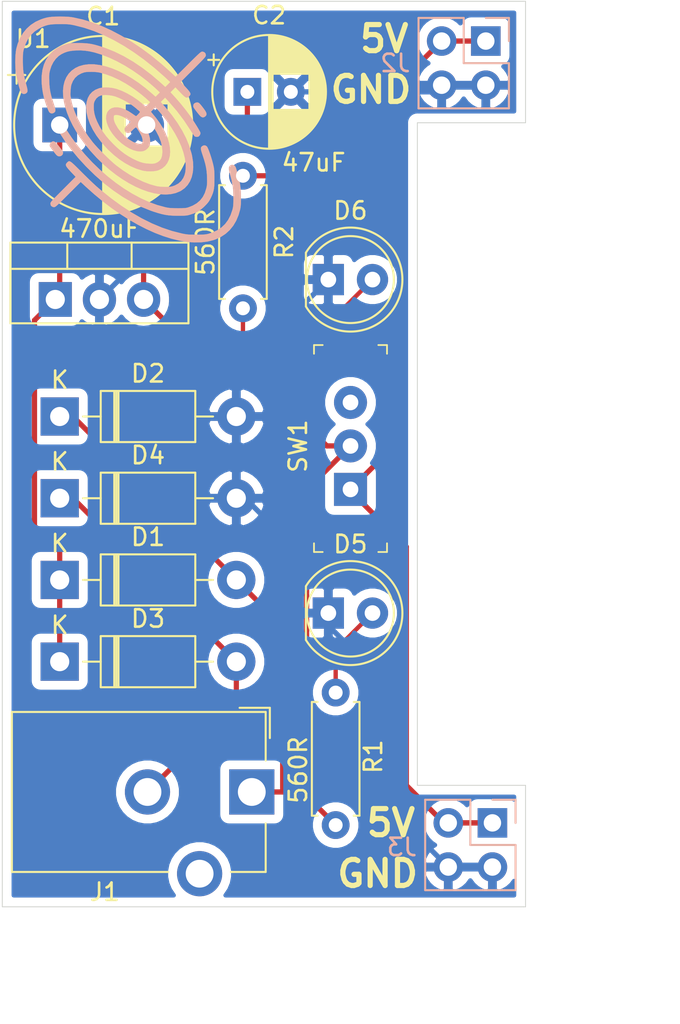
<source format=kicad_pcb>
(kicad_pcb (version 20171130) (host pcbnew "(5.1.10)-1")

  (general
    (thickness 1.6)
    (drawings 22)
    (tracks 66)
    (zones 0)
    (modules 16)
    (nets 11)
  )

  (page A4)
  (layers
    (0 F.Cu signal)
    (31 B.Cu signal)
    (32 B.Adhes user)
    (33 F.Adhes user)
    (34 B.Paste user)
    (35 F.Paste user)
    (36 B.SilkS user)
    (37 F.SilkS user)
    (38 B.Mask user)
    (39 F.Mask user)
    (40 Dwgs.User user)
    (41 Cmts.User user)
    (42 Eco1.User user)
    (43 Eco2.User user)
    (44 Edge.Cuts user)
    (45 Margin user)
    (46 B.CrtYd user)
    (47 F.CrtYd user)
    (48 B.Fab user)
    (49 F.Fab user)
  )

  (setup
    (last_trace_width 0.25)
    (trace_clearance 0.2)
    (zone_clearance 0.508)
    (zone_45_only no)
    (trace_min 0.2)
    (via_size 0.8)
    (via_drill 0.4)
    (via_min_size 0.4)
    (via_min_drill 0.3)
    (uvia_size 0.3)
    (uvia_drill 0.1)
    (uvias_allowed no)
    (uvia_min_size 0.2)
    (uvia_min_drill 0.1)
    (edge_width 0.05)
    (segment_width 0.2)
    (pcb_text_width 0.3)
    (pcb_text_size 1.5 1.5)
    (mod_edge_width 0.12)
    (mod_text_size 1 1)
    (mod_text_width 0.15)
    (pad_size 1.524 1.524)
    (pad_drill 0.762)
    (pad_to_mask_clearance 0)
    (aux_axis_origin 0 0)
    (visible_elements 7FFFFFFF)
    (pcbplotparams
      (layerselection 0x010fc_ffffffff)
      (usegerberextensions false)
      (usegerberattributes true)
      (usegerberadvancedattributes true)
      (creategerberjobfile true)
      (excludeedgelayer true)
      (linewidth 0.100000)
      (plotframeref false)
      (viasonmask false)
      (mode 1)
      (useauxorigin false)
      (hpglpennumber 1)
      (hpglpenspeed 20)
      (hpglpendiameter 15.000000)
      (psnegative false)
      (psa4output false)
      (plotreference true)
      (plotvalue true)
      (plotinvisibletext false)
      (padsonsilk false)
      (subtractmaskfromsilk false)
      (outputformat 1)
      (mirror false)
      (drillshape 0)
      (scaleselection 1)
      (outputdirectory "gerber/"))
  )

  (net 0 "")
  (net 1 /Vin)
  (net 2 /GND)
  (net 3 /Vout1)
  (net 4 "Net-(D1-Pad2)")
  (net 5 "Net-(D3-Pad2)")
  (net 6 "Net-(D5-Pad2)")
  (net 7 "Net-(D6-Pad2)")
  (net 8 "Net-(J1-Pad3)")
  (net 9 /Vout2)
  (net 10 "Net-(SW1-Pad3)")

  (net_class Default "This is the default net class."
    (clearance 0.2)
    (trace_width 0.25)
    (via_dia 0.8)
    (via_drill 0.4)
    (uvia_dia 0.3)
    (uvia_drill 0.1)
    (add_net "Net-(D5-Pad2)")
    (add_net "Net-(D6-Pad2)")
    (add_net "Net-(J1-Pad3)")
    (add_net "Net-(SW1-Pad3)")
  )

  (net_class Power ""
    (clearance 0.2)
    (trace_width 0.3)
    (via_dia 1)
    (via_drill 0.4)
    (uvia_dia 0.3)
    (uvia_drill 0.1)
    (add_net /GND)
    (add_net /Vin)
    (add_net /Vout1)
    (add_net /Vout2)
    (add_net "Net-(D1-Pad2)")
    (add_net "Net-(D3-Pad2)")
  )

  (module logo:logo (layer B.Cu) (tedit 0) (tstamp 61CA599B)
    (at 130.302 70.739 90)
    (fp_text reference G*** (at 0 0 90) (layer B.SilkS) hide
      (effects (font (size 1.524 1.524) (thickness 0.3)) (justify mirror))
    )
    (fp_text value LOGO (at 0.75 0 90) (layer B.SilkS) hide
      (effects (font (size 1.524 1.524) (thickness 0.3)) (justify mirror))
    )
    (fp_poly (pts (xy 4.365848 4.448278) (xy 4.434998 4.387484) (xy 4.468517 4.296385) (xy 4.4704 4.265725)
      (xy 4.468165 4.241686) (xy 4.459292 4.214959) (xy 4.440531 4.1819) (xy 4.408629 4.138864)
      (xy 4.360334 4.082209) (xy 4.292397 4.008289) (xy 4.201565 3.913461) (xy 4.084586 3.794082)
      (xy 3.938209 3.646506) (xy 3.759183 3.46709) (xy 3.746105 3.454006) (xy 3.021811 2.729389)
      (xy 3.283662 2.44805) (xy 3.779249 1.891982) (xy 4.23841 1.328494) (xy 4.659793 0.760001)
      (xy 5.042041 0.188919) (xy 5.3838 -0.382335) (xy 5.683716 -0.951345) (xy 5.940434 -1.515694)
      (xy 6.152599 -2.072967) (xy 6.318857 -2.620748) (xy 6.437852 -3.156619) (xy 6.443348 -3.1877)
      (xy 6.462926 -3.324687) (xy 6.476401 -3.480343) (xy 6.484364 -3.664662) (xy 6.487401 -3.887641)
      (xy 6.48747 -3.937) (xy 6.484487 -4.171949) (xy 6.474463 -4.368528) (xy 6.455565 -4.538895)
      (xy 6.425961 -4.695213) (xy 6.38382 -4.849642) (xy 6.327308 -5.014343) (xy 6.323716 -5.024024)
      (xy 6.184629 -5.328061) (xy 6.006192 -5.600728) (xy 5.790073 -5.840621) (xy 5.537942 -6.04634)
      (xy 5.251465 -6.216484) (xy 4.932312 -6.349649) (xy 4.65091 -6.429463) (xy 4.494164 -6.456696)
      (xy 4.301062 -6.476564) (xy 4.085566 -6.488684) (xy 3.861638 -6.492671) (xy 3.643239 -6.488142)
      (xy 3.444332 -6.474714) (xy 3.359484 -6.464942) (xy 2.922712 -6.390686) (xy 2.489283 -6.285)
      (xy 2.228363 -6.206565) (xy 2.123657 -6.154131) (xy 2.057906 -6.081015) (xy 2.034217 -5.995252)
      (xy 2.055699 -5.90488) (xy 2.091267 -5.85213) (xy 2.129077 -5.815839) (xy 2.172943 -5.794466)
      (xy 2.231243 -5.788212) (xy 2.312356 -5.797276) (xy 2.424662 -5.821858) (xy 2.57654 -5.862157)
      (xy 2.582587 -5.86383) (xy 2.831234 -5.92977) (xy 3.046795 -5.979436) (xy 3.24356 -6.014883)
      (xy 3.435822 -6.038165) (xy 3.637871 -6.051338) (xy 3.863999 -6.056455) (xy 3.9243 -6.056714)
      (xy 4.101611 -6.0563) (xy 4.23864 -6.053888) (xy 4.345889 -6.048618) (xy 4.433864 -6.039628)
      (xy 4.513068 -6.026056) (xy 4.594006 -6.007043) (xy 4.6228 -5.99945) (xy 4.928258 -5.896809)
      (xy 5.194841 -5.762597) (xy 5.424831 -5.595026) (xy 5.620508 -5.392306) (xy 5.784154 -5.152647)
      (xy 5.843212 -5.0419) (xy 5.911425 -4.896455) (xy 5.963655 -4.763361) (xy 6.001909 -4.632038)
      (xy 6.028195 -4.49191) (xy 6.04452 -4.332398) (xy 6.052892 -4.142925) (xy 6.055309 -3.9243)
      (xy 6.054899 -3.741504) (xy 6.052514 -3.597513) (xy 6.047166 -3.480339) (xy 6.037864 -3.377998)
      (xy 6.023621 -3.278501) (xy 6.003447 -3.169864) (xy 5.986141 -3.0861) (xy 5.844832 -2.529395)
      (xy 5.654879 -1.964278) (xy 5.41738 -1.392644) (xy 5.133435 -0.81639) (xy 4.80414 -0.237415)
      (xy 4.430595 0.342386) (xy 4.013899 0.921116) (xy 3.555149 1.496877) (xy 3.055445 2.067772)
      (xy 2.912083 2.2225) (xy 2.721544 2.4257) (xy 2.431572 2.13892) (xy 2.684075 1.860885)
      (xy 3.130978 1.34118) (xy 3.533484 0.815551) (xy 3.890408 0.285917) (xy 4.200568 -0.245803)
      (xy 4.462779 -0.77769) (xy 4.67586 -1.307824) (xy 4.723951 -1.4478) (xy 4.80131 -1.6896)
      (xy 4.860658 -1.897746) (xy 4.904179 -2.085196) (xy 4.934057 -2.26491) (xy 4.952478 -2.449845)
      (xy 4.961624 -2.652961) (xy 4.963721 -2.8702) (xy 4.963032 -3.044012) (xy 4.960972 -3.177115)
      (xy 4.956552 -3.279602) (xy 4.948782 -3.361561) (xy 4.936674 -3.433083) (xy 4.919238 -3.504259)
      (xy 4.895485 -3.585179) (xy 4.892754 -3.5941) (xy 4.792997 -3.862785) (xy 4.66729 -4.096451)
      (xy 4.508888 -4.307104) (xy 4.464757 -4.356109) (xy 4.244807 -4.559608) (xy 4.000822 -4.72187)
      (xy 3.730515 -4.843783) (xy 3.431594 -4.926239) (xy 3.10177 -4.970128) (xy 2.863782 -4.9784)
      (xy 2.6032 -4.968107) (xy 2.325624 -4.939251) (xy 2.054739 -4.89487) (xy 1.8542 -4.849014)
      (xy 1.685622 -4.801348) (xy 1.517131 -4.748692) (xy 1.35716 -4.694159) (xy 1.214141 -4.640863)
      (xy 1.096509 -4.591921) (xy 1.012696 -4.550445) (xy 0.975397 -4.52447) (xy 0.924427 -4.441573)
      (xy 0.920492 -4.349044) (xy 0.955063 -4.271248) (xy 0.992425 -4.225455) (xy 1.033779 -4.196593)
      (xy 1.086855 -4.184931) (xy 1.15938 -4.190738) (xy 1.259084 -4.21428) (xy 1.393695 -4.255827)
      (xy 1.495937 -4.290021) (xy 1.748697 -4.372055) (xy 1.969633 -4.434369) (xy 2.172511 -4.479658)
      (xy 2.371095 -4.510615) (xy 2.57915 -4.529932) (xy 2.7686 -4.539047) (xy 2.930107 -4.543344)
      (xy 3.054049 -4.543558) (xy 3.153558 -4.538823) (xy 3.241766 -4.528272) (xy 3.331807 -4.511039)
      (xy 3.387705 -4.498199) (xy 3.637963 -4.417703) (xy 3.865624 -4.30302) (xy 4.063972 -4.158861)
      (xy 4.226292 -3.98994) (xy 4.325743 -3.840049) (xy 4.410344 -3.667418) (xy 4.470413 -3.500048)
      (xy 4.509907 -3.322333) (xy 4.532783 -3.118667) (xy 4.539429 -2.9972) (xy 4.542556 -2.732817)
      (xy 4.527909 -2.489296) (xy 4.493255 -2.24646) (xy 4.436359 -1.984131) (xy 4.420175 -1.920015)
      (xy 4.293576 -1.505719) (xy 4.12459 -1.075169) (xy 3.916632 -0.634084) (xy 3.673116 -0.188181)
      (xy 3.397458 0.256822) (xy 3.093074 0.695206) (xy 2.763378 1.121256) (xy 2.411787 1.529251)
      (xy 2.266916 1.684925) (xy 2.125854 1.83315) (xy 1.870057 1.577353) (xy 2.047223 1.379227)
      (xy 2.372636 0.99552) (xy 2.665741 0.609416) (xy 2.925681 0.223464) (xy 3.151596 -0.159783)
      (xy 3.34263 -0.537775) (xy 3.497924 -0.907962) (xy 3.61662 -1.267792) (xy 3.697861 -1.614715)
      (xy 3.740788 -1.94618) (xy 3.744544 -2.259636) (xy 3.708271 -2.552532) (xy 3.631111 -2.822318)
      (xy 3.531434 -3.03384) (xy 3.383102 -3.245686) (xy 3.204022 -3.419527) (xy 2.996517 -3.555922)
      (xy 2.762911 -3.655428) (xy 2.505526 -3.7186) (xy 2.226687 -3.745996) (xy 1.928716 -3.738174)
      (xy 1.613937 -3.695689) (xy 1.284673 -3.619099) (xy 0.943247 -3.508961) (xy 0.591984 -3.365832)
      (xy 0.233205 -3.190269) (xy -0.130766 -2.982828) (xy -0.497604 -2.744067) (xy -0.864988 -2.474543)
      (xy -1.230594 -2.174812) (xy -1.592097 -1.845431) (xy -1.646857 -1.792496) (xy -1.994484 -1.435243)
      (xy -2.313933 -1.06943) (xy -2.604132 -0.697817) (xy -2.864005 -0.323164) (xy -3.09248 0.051769)
      (xy -3.288481 0.424223) (xy -3.450936 0.791437) (xy -3.57877 1.150652) (xy -3.670908 1.499108)
      (xy -3.726279 1.834046) (xy -3.741728 2.114941) (xy -3.311273 2.114941) (xy -3.305397 1.944788)
      (xy -3.291528 1.782344) (xy -3.269868 1.642044) (xy -3.266361 1.6256) (xy -3.165837 1.263274)
      (xy -3.022816 0.884689) (xy -2.840436 0.495906) (xy -2.621833 0.102986) (xy -2.370145 -0.288011)
      (xy -2.088509 -0.671022) (xy -2.056795 -0.7112) (xy -1.941609 -0.848503) (xy -1.796154 -1.010109)
      (xy -1.628938 -1.187507) (xy -1.448474 -1.372186) (xy -1.26327 -1.555636) (xy -1.081839 -1.729346)
      (xy -0.912689 -1.884806) (xy -0.764333 -2.013506) (xy -0.7112 -2.056794) (xy -0.384201 -2.302149)
      (xy -0.046686 -2.528027) (xy 0.294946 -2.731194) (xy 0.634298 -2.908416) (xy 0.964971 -3.056462)
      (xy 1.280569 -3.172097) (xy 1.574693 -3.252089) (xy 1.7018 -3.276152) (xy 1.799054 -3.29208)
      (xy 1.879473 -3.305968) (xy 1.927391 -3.315098) (xy 1.9304 -3.31579) (xy 1.990085 -3.321196)
      (xy 2.085406 -3.320277) (xy 2.201749 -3.314157) (xy 2.324499 -3.303965) (xy 2.439042 -3.290826)
      (xy 2.530764 -3.275868) (xy 2.56841 -3.266599) (xy 2.785483 -3.176837) (xy 2.965393 -3.052972)
      (xy 3.109494 -2.893593) (xy 3.219139 -2.697292) (xy 3.278928 -2.5273) (xy 3.298239 -2.420632)
      (xy 3.308953 -2.278367) (xy 3.311272 -2.11494) (xy 3.305396 -1.944787) (xy 3.291527 -1.782343)
      (xy 3.269867 -1.642043) (xy 3.26636 -1.6256) (xy 3.169731 -1.275508) (xy 3.032737 -0.908001)
      (xy 2.859001 -0.531077) (xy 2.652145 -0.152736) (xy 2.462623 0.149532) (xy 2.312379 0.36677)
      (xy 2.148316 0.588763) (xy 1.980049 0.803258) (xy 1.817192 0.998004) (xy 1.669359 1.160749)
      (xy 1.668016 1.162145) (xy 1.564037 1.27019) (xy 1.442418 1.1504) (xy 1.380917 1.087254)
      (xy 1.337183 1.037445) (xy 1.3208 1.012015) (xy 1.336317 0.98607) (xy 1.37819 0.93082)
      (xy 1.439404 0.855262) (xy 1.489956 0.79516) (xy 1.698793 0.529479) (xy 1.891685 0.243195)
      (xy 2.062177 -0.052326) (xy 2.203813 -0.345721) (xy 2.310141 -0.625624) (xy 2.325994 -0.676932)
      (xy 2.374977 -0.885544) (xy 2.40372 -1.104442) (xy 2.411637 -1.319358) (xy 2.398143 -1.516028)
      (xy 2.366658 -1.667459) (xy 2.27706 -1.885811) (xy 2.152652 -2.067489) (xy 1.994576 -2.211714)
      (xy 1.803972 -2.317704) (xy 1.581982 -2.384676) (xy 1.329747 -2.41185) (xy 1.27879 -2.41245)
      (xy 0.967069 -2.387337) (xy 0.645129 -2.314383) (xy 0.315512 -2.194916) (xy -0.019242 -2.030267)
      (xy -0.356593 -1.821765) (xy -0.694 -1.57074) (xy -1.028923 -1.278521) (xy -1.1938 -1.118244)
      (xy -1.473729 -0.813634) (xy -1.724038 -0.49449) (xy -1.941224 -0.16675) (xy -2.121783 0.163649)
      (xy -2.262211 0.490767) (xy -2.359004 0.808667) (xy -2.375786 0.885072) (xy -2.402628 1.076234)
      (xy -2.410519 1.277516) (xy -2.406413 1.354803) (xy -1.979441 1.354803) (xy -1.975948 1.225508)
      (xy -1.974812 1.200595) (xy -1.959385 1.020848) (xy -1.928542 0.85264) (xy -1.8785 0.6836)
      (xy -1.805477 0.501357) (xy -1.70569 0.29354) (xy -1.685391 0.254) (xy -1.548523 0.008876)
      (xy -1.398444 -0.219625) (xy -1.226823 -0.442533) (xy -1.025334 -0.670876) (xy -0.8509 -0.851039)
      (xy -0.609007 -1.082301) (xy -0.380052 -1.277445) (xy -0.152865 -1.445067) (xy 0.083728 -1.593762)
      (xy 0.19676 -1.657072) (xy 0.451368 -1.78485) (xy 0.681988 -1.877902) (xy 0.898643 -1.939236)
      (xy 1.111355 -1.971862) (xy 1.27 -1.97928) (xy 1.395359 -1.977802) (xy 1.486527 -1.969893)
      (xy 1.559964 -1.952959) (xy 1.632133 -1.924406) (xy 1.639337 -1.921081) (xy 1.77924 -1.832877)
      (xy 1.882819 -1.71284) (xy 1.943897 -1.588947) (xy 1.972352 -1.467964) (xy 1.982129 -1.313274)
      (xy 1.974108 -1.138049) (xy 1.949174 -0.955464) (xy 1.90821 -0.778692) (xy 1.884578 -0.703967)
      (xy 1.808616 -0.512916) (xy 1.708918 -0.302256) (xy 1.59517 -0.090637) (xy 1.477055 0.103289)
      (xy 1.427229 0.176745) (xy 1.356281 0.273959) (xy 1.277168 0.376948) (xy 1.196942 0.477163)
      (xy 1.122659 0.566054) (xy 1.061373 0.635072) (xy 1.020138 0.675667) (xy 1.010037 0.682371)
      (xy 0.982092 0.670482) (xy 0.932224 0.632658) (xy 0.872872 0.58038) (xy 0.816474 0.525126)
      (xy 0.775471 0.478378) (xy 0.762 0.453455) (xy 0.775984 0.426112) (xy 0.813571 0.367799)
      (xy 0.868216 0.288431) (xy 0.905263 0.236494) (xy 1.051859 0.010092) (xy 1.160931 -0.208931)
      (xy 1.23236 -0.417101) (xy 1.266023 -0.610947) (xy 1.2618 -0.786997) (xy 1.219572 -0.941776)
      (xy 1.139217 -1.071814) (xy 1.020614 -1.173638) (xy 0.955472 -1.208985) (xy 0.791802 -1.25789)
      (xy 0.607645 -1.264268) (xy 0.407389 -1.22988) (xy 0.195423 -1.156491) (xy -0.023863 -1.045864)
      (xy -0.246081 -0.899763) (xy -0.466843 -0.719953) (xy -0.615503 -0.577683) (xy -0.805499 -0.364419)
      (xy -0.966082 -0.143972) (xy -1.094891 0.078174) (xy -1.189565 0.296537) (xy -1.247744 0.505633)
      (xy -1.267068 0.699978) (xy -1.26276 0.734243) (xy -0.837474 0.734243) (xy -0.836041 0.635081)
      (xy -0.810238 0.511763) (xy -0.761768 0.373479) (xy -0.714951 0.27208) (xy -0.566942 0.027424)
      (xy -0.381976 -0.20396) (xy -0.168996 -0.413765) (xy 0.063053 -0.593685) (xy 0.305229 -0.735414)
      (xy 0.428517 -0.789831) (xy 0.534515 -0.821014) (xy 0.641111 -0.835349) (xy 0.734019 -0.832455)
      (xy 0.798951 -0.811952) (xy 0.812831 -0.800061) (xy 0.832307 -0.743655) (xy 0.834577 -0.64607)
      (xy 0.832924 -0.622523) (xy 0.810081 -0.511088) (xy 0.761987 -0.375802) (xy 0.695801 -0.231928)
      (xy 0.618683 -0.094731) (xy 0.53779 0.020523) (xy 0.523087 0.0381) (xy 0.435224 0.1397)
      (xy 0.261424 -0.03175) (xy 0.174831 -0.114412) (xy 0.1119 -0.165976) (xy 0.062396 -0.193177)
      (xy 0.016084 -0.202755) (xy 0.000999 -0.2032) (xy -0.09691 -0.1814) (xy -0.167208 -0.121624)
      (xy -0.201308 -0.032309) (xy -0.2032 -0.002559) (xy -0.198217 0.04606) (xy -0.178661 0.092812)
      (xy -0.137624 0.148362) (xy -0.068198 0.223377) (xy -0.035001 0.257124) (xy 0.036206 0.333159)
      (xy 0.088777 0.397623) (xy 0.115594 0.441322) (xy 0.116779 0.453188) (xy 0.080909 0.488333)
      (xy 0.011408 0.539741) (xy -0.080251 0.6003) (xy -0.182596 0.662901) (xy -0.284153 0.720432)
      (xy -0.373451 0.765783) (xy -0.41869 0.785066) (xy -0.539173 0.820441) (xy -0.651903 0.836213)
      (xy -0.744818 0.831922) (xy -0.805855 0.807109) (xy -0.812832 0.800062) (xy -0.837474 0.734243)
      (xy -1.26276 0.734243) (xy -1.245175 0.874089) (xy -1.243336 0.880817) (xy -1.187761 1.001343)
      (xy -1.097964 1.112081) (xy -0.988111 1.198315) (xy -0.898754 1.238763) (xy -0.715673 1.267768)
      (xy -0.513599 1.252616) (xy -0.296489 1.194469) (xy -0.068302 1.094489) (xy 0.167006 0.95384)
      (xy 0.236493 0.905264) (xy 0.323548 0.843709) (xy 0.395316 0.795401) (xy 0.441884 0.766888)
      (xy 0.453454 0.762) (xy 0.483315 0.779293) (xy 0.53174 0.822878) (xy 0.587248 0.880316)
      (xy 0.63836 0.939168) (xy 0.673594 0.986996) (xy 0.68237 1.010038) (xy 0.659716 1.036515)
      (xy 0.607451 1.085903) (xy 0.535389 1.149075) (xy 0.508 1.172175) (xy 0.198209 1.411356)
      (xy -0.109257 1.610356) (xy -0.411327 1.767832) (xy -0.704931 1.882438) (xy -0.986999 1.952831)
      (xy -1.25446 1.977666) (xy -1.328167 1.976187) (xy -1.519908 1.954479) (xy -1.671971 1.906866)
      (xy -1.790423 1.829532) (xy -1.881334 1.718661) (xy -1.943898 1.588948) (xy -1.964498 1.52292)
      (xy -1.975985 1.449406) (xy -1.979441 1.354803) (xy -2.406413 1.354803) (xy -2.400107 1.473469)
      (xy -2.372043 1.648645) (xy -2.339064 1.759003) (xy -2.237992 1.956339) (xy -2.104046 2.117973)
      (xy -1.940288 2.244111) (xy -1.749777 2.334961) (xy -1.535575 2.390727) (xy -1.300742 2.411615)
      (xy -1.04834 2.397833) (xy -0.781428 2.349587) (xy -0.503068 2.267081) (xy -0.216319 2.150523)
      (xy 0.075756 2.000118) (xy 0.370097 1.816074) (xy 0.663644 1.598595) (xy 0.719688 1.553005)
      (xy 0.806503 1.481479) (xy 0.885474 1.416665) (xy 0.943117 1.369624) (xy 0.95489 1.360103)
      (xy 1.016503 1.310506) (xy 1.142918 1.435021) (xy 1.269334 1.559535) (xy 1.212517 1.621023)
      (xy 1.137849 1.694154) (xy 1.029739 1.789727) (xy 0.896461 1.90119) (xy 0.746285 2.021991)
      (xy 0.587485 2.14558) (xy 0.428333 2.265404) (xy 0.2771 2.374912) (xy 0.151689 2.461172)
      (xy -0.228905 2.697708) (xy -0.603556 2.897952) (xy -0.968612 3.060522) (xy -1.320423 3.184032)
      (xy -1.655337 3.267099) (xy -1.969704 3.308339) (xy -2.0955 3.312858) (xy -2.302064 3.307072)
      (xy -2.474106 3.285391) (xy -2.626243 3.244806) (xy -2.773094 3.182308) (xy -2.802281 3.167352)
      (xy -2.971775 3.050048) (xy -3.111266 2.892478) (xy -3.219603 2.696185) (xy -3.278929 2.5273)
      (xy -3.29824 2.420633) (xy -3.308954 2.278368) (xy -3.311273 2.114941) (xy -3.741728 2.114941)
      (xy -3.743806 2.152704) (xy -3.722417 2.452325) (xy -3.661038 2.730148) (xy -3.558593 2.983413)
      (xy -3.527602 3.040542) (xy -3.380339 3.248781) (xy -3.198472 3.421511) (xy -2.984355 3.558073)
      (xy -2.740344 3.657808) (xy -2.468794 3.720058) (xy -2.172059 3.744166) (xy -1.852495 3.729472)
      (xy -1.512457 3.675318) (xy -1.372792 3.642854) (xy -0.945087 3.511264) (xy -0.50986 3.331112)
      (xy -0.069344 3.103693) (xy 0.37423 2.830299) (xy 0.81863 2.512226) (xy 1.261627 2.150765)
      (xy 1.379226 2.047224) (xy 1.577352 1.870058) (xy 1.833087 2.125793) (xy 1.583293 2.355896)
      (xy 1.064545 2.802751) (xy 0.511233 3.220793) (xy -0.0508 3.592376) (xy -0.166041 3.664815)
      (xy -0.267152 3.73105) (xy -0.345449 3.785192) (xy -0.392246 3.821349) (xy -0.40005 3.82926)
      (xy -0.425599 3.895416) (xy -0.428197 3.979104) (xy -0.407938 4.052586) (xy -0.399243 4.066202)
      (xy -0.33053 4.125538) (xy -0.247426 4.156159) (xy -0.188733 4.154727) (xy -0.134451 4.132326)
      (xy -0.045875 4.085579) (xy 0.069539 4.01908) (xy 0.204334 3.937422) (xy 0.351052 3.845197)
      (xy 0.502237 3.746999) (xy 0.650432 3.647422) (xy 0.768759 3.564927) (xy 1.119041 3.304202)
      (xy 1.475195 3.01761) (xy 1.816076 2.722305) (xy 1.88728 2.65754) (xy 2.136261 2.428914)
      (xy 2.425449 2.718102) (xy 2.126679 3.003701) (xy 2.001664 3.125476) (xy 1.912227 3.220174)
      (xy 1.855599 3.294033) (xy 1.829007 3.353291) (xy 1.829681 3.404188) (xy 1.85485 3.452962)
      (xy 1.901743 3.50585) (xy 1.903046 3.507154) (xy 1.955435 3.553375) (xy 2.005178 3.578881)
      (xy 2.058334 3.581127) (xy 2.120959 3.557571) (xy 2.199111 3.505671) (xy 2.298849 3.422883)
      (xy 2.426229 3.306665) (xy 2.463177 3.272019) (xy 2.729254 3.021678) (xy 3.453938 3.746039)
      (xy 3.635205 3.926993) (xy 3.784379 4.07513) (xy 3.905133 4.193715) (xy 4.001138 4.286007)
      (xy 4.076065 4.35527) (xy 4.133587 4.404766) (xy 4.177374 4.437755) (xy 4.211099 4.457501)
      (xy 4.238433 4.467264) (xy 4.263048 4.470307) (xy 4.269283 4.470401) (xy 4.365848 4.448278)) (layer B.SilkS) (width 0.01))
    (fp_poly (pts (xy -1.285103 -3.758286) (xy -1.233216 -3.786766) (xy -1.154203 -3.840146) (xy -1.059138 -3.909841)
      (xy -0.959096 -3.987261) (xy -0.86515 -4.063822) (xy -0.788375 -4.130936) (xy -0.739845 -4.180017)
      (xy -0.737558 -4.182851) (xy -0.70075 -4.247166) (xy -0.6858 -4.307309) (xy -0.70816 -4.383719)
      (xy -0.765232 -4.450271) (xy -0.842002 -4.496448) (xy -0.923457 -4.511735) (xy -0.9652 -4.503012)
      (xy -1.003637 -4.480355) (xy -1.071271 -4.433878) (xy -1.157582 -4.371438) (xy -1.252054 -4.300889)
      (xy -1.344167 -4.230088) (xy -1.423403 -4.166891) (xy -1.479242 -4.119153) (xy -1.47955 -4.118869)
      (xy -1.533658 -4.042021) (xy -1.54925 -3.957119) (xy -1.531956 -3.8746) (xy -1.487403 -3.804899)
      (xy -1.421218 -3.758454) (xy -1.339031 -3.745701) (xy -1.285103 -3.758286)) (layer B.SilkS) (width 0.01))
    (fp_poly (pts (xy -3.9116 6.486534) (xy -3.586123 6.478922) (xy -3.295798 6.456373) (xy -3.026712 6.417102)
      (xy -2.764952 6.359327) (xy -2.630173 6.322273) (xy -2.507299 6.286425) (xy -2.372665 6.247156)
      (xy -2.279764 6.220068) (xy -2.18154 6.187708) (xy -2.120188 6.156009) (xy -2.082491 6.117161)
      (xy -2.070214 6.09622) (xy -2.036095 6.000238) (xy -2.045942 5.920794) (xy -2.094346 5.853546)
      (xy -2.139866 5.817602) (xy -2.193975 5.798054) (xy -2.265203 5.795121) (xy -2.362081 5.809019)
      (xy -2.493139 5.839968) (xy -2.589643 5.866229) (xy -2.842982 5.933698) (xy -3.064811 5.983943)
      (xy -3.270556 6.019167) (xy -3.475648 6.041571) (xy -3.695513 6.053356) (xy -3.9243 6.056715)
      (xy -4.101329 6.056312) (xy -4.238061 6.05393) (xy -4.344988 6.048704) (xy -4.432603 6.039771)
      (xy -4.511398 6.026263) (xy -4.591863 6.007317) (xy -4.6228 5.999123) (xy -4.932734 5.893293)
      (xy -5.20539 5.753009) (xy -5.441323 5.577725) (xy -5.641085 5.366892) (xy -5.805228 5.119962)
      (xy -5.934307 4.836388) (xy -5.998747 4.6355) (xy -6.018558 4.557822) (xy -6.033161 4.482951)
      (xy -6.043335 4.401088) (xy -6.049859 4.302432) (xy -6.053513 4.177186) (xy -6.055076 4.01555)
      (xy -6.05531 3.9243) (xy -6.0549 3.741505) (xy -6.052515 3.597514) (xy -6.047167 3.48034)
      (xy -6.037865 3.377999) (xy -6.023622 3.278502) (xy -6.003448 3.169865) (xy -5.986142 3.0861)
      (xy -5.842168 2.519139) (xy -5.648611 1.945133) (xy -5.406044 1.365119) (xy -5.115035 0.780136)
      (xy -4.776157 0.191222) (xy -4.38998 -0.400583) (xy -3.957074 -0.994243) (xy -3.478011 -1.588718)
      (xy -3.307152 -1.788042) (xy -3.220904 -1.884192) (xy -3.105435 -2.008486) (xy -2.967831 -2.153536)
      (xy -2.815178 -2.311955) (xy -2.654561 -2.476356) (xy -2.493068 -2.639351) (xy -2.434213 -2.69812)
      (xy -2.261344 -2.870518) (xy -2.121877 -3.011265) (xy -2.013122 -3.12446) (xy -1.932386 -3.214202)
      (xy -1.876981 -3.284589) (xy -1.844215 -3.339719) (xy -1.831397 -3.38369) (xy -1.835837 -3.420601)
      (xy -1.854843 -3.454551) (xy -1.885726 -3.489636) (xy -1.903047 -3.507153) (xy -1.955631 -3.553493)
      (xy -2.005582 -3.57898) (xy -2.058944 -3.581066) (xy -2.121761 -3.557203) (xy -2.200081 -3.504843)
      (xy -2.299946 -3.421438) (xy -2.427404 -3.30444) (xy -2.462464 -3.27137) (xy -2.727827 -3.02025)
      (xy -3.453225 -3.745325) (xy -3.634588 -3.926375) (xy -3.783857 -4.074608) (xy -3.9047 -4.193284)
      (xy -4.000787 -4.285664) (xy -4.075787 -4.355009) (xy -4.133371 -4.404577) (xy -4.177206 -4.437631)
      (xy -4.210964 -4.457429) (xy -4.238312 -4.467233) (xy -4.262922 -4.470302) (xy -4.269284 -4.4704)
      (xy -4.363929 -4.450376) (xy -4.415173 -4.411612) (xy -4.461445 -4.328193) (xy -4.4704 -4.265724)
      (xy -4.468166 -4.241685) (xy -4.459293 -4.214958) (xy -4.440532 -4.181899) (xy -4.40863 -4.138863)
      (xy -4.360335 -4.082208) (xy -4.292398 -4.008288) (xy -4.201566 -3.91346) (xy -4.084587 -3.794081)
      (xy -3.93821 -3.646505) (xy -3.759184 -3.467089) (xy -3.746106 -3.454005) (xy -3.021812 -2.729388)
      (xy -3.289486 -2.441793) (xy -3.728697 -1.950971) (xy -4.139151 -1.454027) (xy -4.519951 -0.953171)
      (xy -4.870199 -0.450612) (xy -5.188997 0.051443) (xy -5.475447 0.550783) (xy -5.728652 1.0452)
      (xy -5.947713 1.532484) (xy -6.131734 2.010428) (xy -6.279816 2.476821) (xy -6.391062 2.929455)
      (xy -6.464573 3.36612) (xy -6.499453 3.784609) (xy -6.494803 4.182712) (xy -6.449726 4.558219)
      (xy -6.363323 4.908922) (xy -6.323665 5.024025) (xy -6.184721 5.328456) (xy -6.006776 5.600786)
      (xy -5.790942 5.840087) (xy -5.538327 6.045431) (xy -5.250044 6.215889) (xy -4.927201 6.350535)
      (xy -4.637009 6.433675) (xy -4.544927 6.453442) (xy -4.455657 6.467786) (xy -4.35849 6.477487)
      (xy -4.242718 6.483325) (xy -4.097634 6.486081) (xy -3.912527 6.486536) (xy -3.9116 6.486534)) (layer B.SilkS) (width 0.01))
    (fp_poly (pts (xy -2.657836 4.962339) (xy -2.510096 4.959081) (xy -2.39003 4.952598) (xy -2.286085 4.942015)
      (xy -2.186707 4.926458) (xy -2.0828 4.905585) (xy -1.933327 4.869925) (xy -1.770296 4.825317)
      (xy -1.602281 4.774706) (xy -1.437855 4.72104) (xy -1.285592 4.667263) (xy -1.154065 4.616323)
      (xy -1.051847 4.571164) (xy -0.987513 4.534734) (xy -0.976305 4.525377) (xy -0.924611 4.441933)
      (xy -0.920384 4.349276) (xy -0.955064 4.271249) (xy -0.992426 4.225456) (xy -1.03378 4.196594)
      (xy -1.086856 4.184932) (xy -1.159381 4.190739) (xy -1.259085 4.214281) (xy -1.393696 4.255828)
      (xy -1.495938 4.290022) (xy -1.748698 4.372056) (xy -1.969634 4.43437) (xy -2.172512 4.479659)
      (xy -2.371096 4.510616) (xy -2.579151 4.529933) (xy -2.7686 4.539048) (xy -2.930108 4.543345)
      (xy -3.05405 4.543559) (xy -3.153559 4.538824) (xy -3.241767 4.528273) (xy -3.331808 4.51104)
      (xy -3.387706 4.4982) (xy -3.656037 4.413309) (xy -3.887818 4.294364) (xy -4.085119 4.139447)
      (xy -4.250013 3.946639) (xy -4.384569 3.714023) (xy -4.473628 3.4925) (xy -4.495596 3.423412)
      (xy -4.51151 3.358764) (xy -4.522328 3.288463) (xy -4.52901 3.202416) (xy -4.532512 3.090529)
      (xy -4.533793 2.942709) (xy -4.5339 2.8575) (xy -4.532876 2.677164) (xy -4.529112 2.534997)
      (xy -4.521574 2.418398) (xy -4.509229 2.314764) (xy -4.491041 2.211494) (xy -4.474486 2.1336)
      (xy -4.347419 1.666702) (xy -4.173743 1.191528) (xy -3.956259 0.711609) (xy -3.697768 0.230476)
      (xy -3.40107 -0.248341) (xy -3.068965 -0.721311) (xy -2.704255 -1.184903) (xy -2.30974 -1.635587)
      (xy -1.88822 -2.069833) (xy -1.442496 -2.484109) (xy -0.975368 -2.874885) (xy -0.489638 -3.238631)
      (xy 0.011894 -3.571816) (xy 0.0889 -3.619297) (xy 0.197262 -3.68701) (xy 0.291294 -3.748702)
      (xy 0.361532 -3.797959) (xy 0.398513 -3.828369) (xy 0.40005 -3.830167) (xy 0.425554 -3.893971)
      (xy 0.430589 -3.978451) (xy 0.416021 -4.050162) (xy 0.37872 -4.094226) (xy 0.313049 -4.135438)
      (xy 0.240604 -4.16177) (xy 0.208715 -4.1656) (xy 0.171453 -4.15275) (xy 0.099892 -4.117292)
      (xy 0.00261 -4.06386) (xy -0.111814 -3.997088) (xy -0.181664 -3.954684) (xy -0.676759 -3.630348)
      (xy -1.157441 -3.274968) (xy -1.631446 -2.882453) (xy -2.106508 -2.44671) (xy -2.151912 -2.402906)
      (xy -2.646798 -1.897065) (xy -3.0989 -1.380337) (xy -3.506943 -0.854632) (xy -3.869653 -0.321858)
      (xy -4.185755 0.216077) (xy -4.453975 0.757264) (xy -4.673038 1.299794) (xy -4.72551 1.452033)
      (xy -4.805513 1.703792) (xy -4.866323 1.923296) (xy -4.910238 2.12432) (xy -4.939552 2.32064)
      (xy -4.956563 2.526031) (xy -4.963567 2.75427) (xy -4.964029 2.8829) (xy -4.963039 3.054833)
      (xy -4.960619 3.186339) (xy -4.955728 3.28779) (xy -4.947324 3.369557) (xy -4.934364 3.442011)
      (xy -4.915805 3.515525) (xy -4.892557 3.5941) (xy -4.815679 3.814705) (xy -4.727437 4.00078)
      (xy -4.618139 4.168567) (xy -4.478097 4.334308) (xy -4.4069 4.408101) (xy -4.292609 4.519087)
      (xy -4.196533 4.6016) (xy -4.104531 4.66633) (xy -4.002463 4.723967) (xy -3.9624 4.744119)
      (xy -3.809441 4.815701) (xy -3.671787 4.870211) (xy -3.538284 4.909836) (xy -3.39778 4.936764)
      (xy -3.23912 4.953181) (xy -3.051153 4.961273) (xy -2.8448 4.963247) (xy -2.657836 4.962339)) (layer B.SilkS) (width 0.01))
    (fp_poly (pts (xy 0.951026 4.496468) (xy 1.049021 4.44803) (xy 1.172846 4.363056) (xy 1.197685 4.344312)
      (xy 1.32541 4.246103) (xy 1.417894 4.171853) (xy 1.480782 4.115371) (xy 1.51972 4.070468)
      (xy 1.540354 4.030952) (xy 1.548327 3.990633) (xy 1.5494 3.958638) (xy 1.534825 3.883255)
      (xy 1.498321 3.814369) (xy 1.450719 3.768633) (xy 1.419687 3.7592) (xy 1.380718 3.752079)
      (xy 1.367327 3.748089) (xy 1.318053 3.748085) (xy 1.279163 3.758929) (xy 1.22878 3.787588)
      (xy 1.15119 3.841062) (xy 1.057417 3.910721) (xy 0.958491 3.987934) (xy 0.865437 4.064069)
      (xy 0.789283 4.130495) (xy 0.741056 4.178581) (xy 0.737557 4.182852) (xy 0.692396 4.270668)
      (xy 0.697724 4.356999) (xy 0.746008 4.435964) (xy 0.806122 4.489095) (xy 0.872261 4.50971)
      (xy 0.951026 4.496468)) (layer B.SilkS) (width 0.01))
  )

  (module Capacitor_THT:CP_Radial_D10.0mm_P5.00mm (layer F.Cu) (tedit 5AE50EF1) (tstamp 61B807EE)
    (at 126.365 70.485)
    (descr "CP, Radial series, Radial, pin pitch=5.00mm, , diameter=10mm, Electrolytic Capacitor")
    (tags "CP Radial series Radial pin pitch 5.00mm  diameter 10mm Electrolytic Capacitor")
    (path /61B7CC9E)
    (fp_text reference C1 (at 2.5 -6.25) (layer F.SilkS)
      (effects (font (size 1 1) (thickness 0.15)))
    )
    (fp_text value CP (at 2.5 6.25) (layer F.Fab)
      (effects (font (size 1 1) (thickness 0.15)))
    )
    (fp_circle (center 2.5 0) (end 7.5 0) (layer F.Fab) (width 0.1))
    (fp_circle (center 2.5 0) (end 7.62 0) (layer F.SilkS) (width 0.12))
    (fp_circle (center 2.5 0) (end 7.75 0) (layer F.CrtYd) (width 0.05))
    (fp_line (start -1.788861 -2.1875) (end -0.788861 -2.1875) (layer F.Fab) (width 0.1))
    (fp_line (start -1.288861 -2.6875) (end -1.288861 -1.6875) (layer F.Fab) (width 0.1))
    (fp_line (start 2.5 -5.08) (end 2.5 5.08) (layer F.SilkS) (width 0.12))
    (fp_line (start 2.54 -5.08) (end 2.54 5.08) (layer F.SilkS) (width 0.12))
    (fp_line (start 2.58 -5.08) (end 2.58 5.08) (layer F.SilkS) (width 0.12))
    (fp_line (start 2.62 -5.079) (end 2.62 5.079) (layer F.SilkS) (width 0.12))
    (fp_line (start 2.66 -5.078) (end 2.66 5.078) (layer F.SilkS) (width 0.12))
    (fp_line (start 2.7 -5.077) (end 2.7 5.077) (layer F.SilkS) (width 0.12))
    (fp_line (start 2.74 -5.075) (end 2.74 5.075) (layer F.SilkS) (width 0.12))
    (fp_line (start 2.78 -5.073) (end 2.78 5.073) (layer F.SilkS) (width 0.12))
    (fp_line (start 2.82 -5.07) (end 2.82 5.07) (layer F.SilkS) (width 0.12))
    (fp_line (start 2.86 -5.068) (end 2.86 5.068) (layer F.SilkS) (width 0.12))
    (fp_line (start 2.9 -5.065) (end 2.9 5.065) (layer F.SilkS) (width 0.12))
    (fp_line (start 2.94 -5.062) (end 2.94 5.062) (layer F.SilkS) (width 0.12))
    (fp_line (start 2.98 -5.058) (end 2.98 5.058) (layer F.SilkS) (width 0.12))
    (fp_line (start 3.02 -5.054) (end 3.02 5.054) (layer F.SilkS) (width 0.12))
    (fp_line (start 3.06 -5.05) (end 3.06 5.05) (layer F.SilkS) (width 0.12))
    (fp_line (start 3.1 -5.045) (end 3.1 5.045) (layer F.SilkS) (width 0.12))
    (fp_line (start 3.14 -5.04) (end 3.14 5.04) (layer F.SilkS) (width 0.12))
    (fp_line (start 3.18 -5.035) (end 3.18 5.035) (layer F.SilkS) (width 0.12))
    (fp_line (start 3.221 -5.03) (end 3.221 5.03) (layer F.SilkS) (width 0.12))
    (fp_line (start 3.261 -5.024) (end 3.261 5.024) (layer F.SilkS) (width 0.12))
    (fp_line (start 3.301 -5.018) (end 3.301 5.018) (layer F.SilkS) (width 0.12))
    (fp_line (start 3.341 -5.011) (end 3.341 5.011) (layer F.SilkS) (width 0.12))
    (fp_line (start 3.381 -5.004) (end 3.381 5.004) (layer F.SilkS) (width 0.12))
    (fp_line (start 3.421 -4.997) (end 3.421 4.997) (layer F.SilkS) (width 0.12))
    (fp_line (start 3.461 -4.99) (end 3.461 4.99) (layer F.SilkS) (width 0.12))
    (fp_line (start 3.501 -4.982) (end 3.501 4.982) (layer F.SilkS) (width 0.12))
    (fp_line (start 3.541 -4.974) (end 3.541 4.974) (layer F.SilkS) (width 0.12))
    (fp_line (start 3.581 -4.965) (end 3.581 4.965) (layer F.SilkS) (width 0.12))
    (fp_line (start 3.621 -4.956) (end 3.621 4.956) (layer F.SilkS) (width 0.12))
    (fp_line (start 3.661 -4.947) (end 3.661 4.947) (layer F.SilkS) (width 0.12))
    (fp_line (start 3.701 -4.938) (end 3.701 4.938) (layer F.SilkS) (width 0.12))
    (fp_line (start 3.741 -4.928) (end 3.741 4.928) (layer F.SilkS) (width 0.12))
    (fp_line (start 3.781 -4.918) (end 3.781 -1.241) (layer F.SilkS) (width 0.12))
    (fp_line (start 3.781 1.241) (end 3.781 4.918) (layer F.SilkS) (width 0.12))
    (fp_line (start 3.821 -4.907) (end 3.821 -1.241) (layer F.SilkS) (width 0.12))
    (fp_line (start 3.821 1.241) (end 3.821 4.907) (layer F.SilkS) (width 0.12))
    (fp_line (start 3.861 -4.897) (end 3.861 -1.241) (layer F.SilkS) (width 0.12))
    (fp_line (start 3.861 1.241) (end 3.861 4.897) (layer F.SilkS) (width 0.12))
    (fp_line (start 3.901 -4.885) (end 3.901 -1.241) (layer F.SilkS) (width 0.12))
    (fp_line (start 3.901 1.241) (end 3.901 4.885) (layer F.SilkS) (width 0.12))
    (fp_line (start 3.941 -4.874) (end 3.941 -1.241) (layer F.SilkS) (width 0.12))
    (fp_line (start 3.941 1.241) (end 3.941 4.874) (layer F.SilkS) (width 0.12))
    (fp_line (start 3.981 -4.862) (end 3.981 -1.241) (layer F.SilkS) (width 0.12))
    (fp_line (start 3.981 1.241) (end 3.981 4.862) (layer F.SilkS) (width 0.12))
    (fp_line (start 4.021 -4.85) (end 4.021 -1.241) (layer F.SilkS) (width 0.12))
    (fp_line (start 4.021 1.241) (end 4.021 4.85) (layer F.SilkS) (width 0.12))
    (fp_line (start 4.061 -4.837) (end 4.061 -1.241) (layer F.SilkS) (width 0.12))
    (fp_line (start 4.061 1.241) (end 4.061 4.837) (layer F.SilkS) (width 0.12))
    (fp_line (start 4.101 -4.824) (end 4.101 -1.241) (layer F.SilkS) (width 0.12))
    (fp_line (start 4.101 1.241) (end 4.101 4.824) (layer F.SilkS) (width 0.12))
    (fp_line (start 4.141 -4.811) (end 4.141 -1.241) (layer F.SilkS) (width 0.12))
    (fp_line (start 4.141 1.241) (end 4.141 4.811) (layer F.SilkS) (width 0.12))
    (fp_line (start 4.181 -4.797) (end 4.181 -1.241) (layer F.SilkS) (width 0.12))
    (fp_line (start 4.181 1.241) (end 4.181 4.797) (layer F.SilkS) (width 0.12))
    (fp_line (start 4.221 -4.783) (end 4.221 -1.241) (layer F.SilkS) (width 0.12))
    (fp_line (start 4.221 1.241) (end 4.221 4.783) (layer F.SilkS) (width 0.12))
    (fp_line (start 4.261 -4.768) (end 4.261 -1.241) (layer F.SilkS) (width 0.12))
    (fp_line (start 4.261 1.241) (end 4.261 4.768) (layer F.SilkS) (width 0.12))
    (fp_line (start 4.301 -4.754) (end 4.301 -1.241) (layer F.SilkS) (width 0.12))
    (fp_line (start 4.301 1.241) (end 4.301 4.754) (layer F.SilkS) (width 0.12))
    (fp_line (start 4.341 -4.738) (end 4.341 -1.241) (layer F.SilkS) (width 0.12))
    (fp_line (start 4.341 1.241) (end 4.341 4.738) (layer F.SilkS) (width 0.12))
    (fp_line (start 4.381 -4.723) (end 4.381 -1.241) (layer F.SilkS) (width 0.12))
    (fp_line (start 4.381 1.241) (end 4.381 4.723) (layer F.SilkS) (width 0.12))
    (fp_line (start 4.421 -4.707) (end 4.421 -1.241) (layer F.SilkS) (width 0.12))
    (fp_line (start 4.421 1.241) (end 4.421 4.707) (layer F.SilkS) (width 0.12))
    (fp_line (start 4.461 -4.69) (end 4.461 -1.241) (layer F.SilkS) (width 0.12))
    (fp_line (start 4.461 1.241) (end 4.461 4.69) (layer F.SilkS) (width 0.12))
    (fp_line (start 4.501 -4.674) (end 4.501 -1.241) (layer F.SilkS) (width 0.12))
    (fp_line (start 4.501 1.241) (end 4.501 4.674) (layer F.SilkS) (width 0.12))
    (fp_line (start 4.541 -4.657) (end 4.541 -1.241) (layer F.SilkS) (width 0.12))
    (fp_line (start 4.541 1.241) (end 4.541 4.657) (layer F.SilkS) (width 0.12))
    (fp_line (start 4.581 -4.639) (end 4.581 -1.241) (layer F.SilkS) (width 0.12))
    (fp_line (start 4.581 1.241) (end 4.581 4.639) (layer F.SilkS) (width 0.12))
    (fp_line (start 4.621 -4.621) (end 4.621 -1.241) (layer F.SilkS) (width 0.12))
    (fp_line (start 4.621 1.241) (end 4.621 4.621) (layer F.SilkS) (width 0.12))
    (fp_line (start 4.661 -4.603) (end 4.661 -1.241) (layer F.SilkS) (width 0.12))
    (fp_line (start 4.661 1.241) (end 4.661 4.603) (layer F.SilkS) (width 0.12))
    (fp_line (start 4.701 -4.584) (end 4.701 -1.241) (layer F.SilkS) (width 0.12))
    (fp_line (start 4.701 1.241) (end 4.701 4.584) (layer F.SilkS) (width 0.12))
    (fp_line (start 4.741 -4.564) (end 4.741 -1.241) (layer F.SilkS) (width 0.12))
    (fp_line (start 4.741 1.241) (end 4.741 4.564) (layer F.SilkS) (width 0.12))
    (fp_line (start 4.781 -4.545) (end 4.781 -1.241) (layer F.SilkS) (width 0.12))
    (fp_line (start 4.781 1.241) (end 4.781 4.545) (layer F.SilkS) (width 0.12))
    (fp_line (start 4.821 -4.525) (end 4.821 -1.241) (layer F.SilkS) (width 0.12))
    (fp_line (start 4.821 1.241) (end 4.821 4.525) (layer F.SilkS) (width 0.12))
    (fp_line (start 4.861 -4.504) (end 4.861 -1.241) (layer F.SilkS) (width 0.12))
    (fp_line (start 4.861 1.241) (end 4.861 4.504) (layer F.SilkS) (width 0.12))
    (fp_line (start 4.901 -4.483) (end 4.901 -1.241) (layer F.SilkS) (width 0.12))
    (fp_line (start 4.901 1.241) (end 4.901 4.483) (layer F.SilkS) (width 0.12))
    (fp_line (start 4.941 -4.462) (end 4.941 -1.241) (layer F.SilkS) (width 0.12))
    (fp_line (start 4.941 1.241) (end 4.941 4.462) (layer F.SilkS) (width 0.12))
    (fp_line (start 4.981 -4.44) (end 4.981 -1.241) (layer F.SilkS) (width 0.12))
    (fp_line (start 4.981 1.241) (end 4.981 4.44) (layer F.SilkS) (width 0.12))
    (fp_line (start 5.021 -4.417) (end 5.021 -1.241) (layer F.SilkS) (width 0.12))
    (fp_line (start 5.021 1.241) (end 5.021 4.417) (layer F.SilkS) (width 0.12))
    (fp_line (start 5.061 -4.395) (end 5.061 -1.241) (layer F.SilkS) (width 0.12))
    (fp_line (start 5.061 1.241) (end 5.061 4.395) (layer F.SilkS) (width 0.12))
    (fp_line (start 5.101 -4.371) (end 5.101 -1.241) (layer F.SilkS) (width 0.12))
    (fp_line (start 5.101 1.241) (end 5.101 4.371) (layer F.SilkS) (width 0.12))
    (fp_line (start 5.141 -4.347) (end 5.141 -1.241) (layer F.SilkS) (width 0.12))
    (fp_line (start 5.141 1.241) (end 5.141 4.347) (layer F.SilkS) (width 0.12))
    (fp_line (start 5.181 -4.323) (end 5.181 -1.241) (layer F.SilkS) (width 0.12))
    (fp_line (start 5.181 1.241) (end 5.181 4.323) (layer F.SilkS) (width 0.12))
    (fp_line (start 5.221 -4.298) (end 5.221 -1.241) (layer F.SilkS) (width 0.12))
    (fp_line (start 5.221 1.241) (end 5.221 4.298) (layer F.SilkS) (width 0.12))
    (fp_line (start 5.261 -4.273) (end 5.261 -1.241) (layer F.SilkS) (width 0.12))
    (fp_line (start 5.261 1.241) (end 5.261 4.273) (layer F.SilkS) (width 0.12))
    (fp_line (start 5.301 -4.247) (end 5.301 -1.241) (layer F.SilkS) (width 0.12))
    (fp_line (start 5.301 1.241) (end 5.301 4.247) (layer F.SilkS) (width 0.12))
    (fp_line (start 5.341 -4.221) (end 5.341 -1.241) (layer F.SilkS) (width 0.12))
    (fp_line (start 5.341 1.241) (end 5.341 4.221) (layer F.SilkS) (width 0.12))
    (fp_line (start 5.381 -4.194) (end 5.381 -1.241) (layer F.SilkS) (width 0.12))
    (fp_line (start 5.381 1.241) (end 5.381 4.194) (layer F.SilkS) (width 0.12))
    (fp_line (start 5.421 -4.166) (end 5.421 -1.241) (layer F.SilkS) (width 0.12))
    (fp_line (start 5.421 1.241) (end 5.421 4.166) (layer F.SilkS) (width 0.12))
    (fp_line (start 5.461 -4.138) (end 5.461 -1.241) (layer F.SilkS) (width 0.12))
    (fp_line (start 5.461 1.241) (end 5.461 4.138) (layer F.SilkS) (width 0.12))
    (fp_line (start 5.501 -4.11) (end 5.501 -1.241) (layer F.SilkS) (width 0.12))
    (fp_line (start 5.501 1.241) (end 5.501 4.11) (layer F.SilkS) (width 0.12))
    (fp_line (start 5.541 -4.08) (end 5.541 -1.241) (layer F.SilkS) (width 0.12))
    (fp_line (start 5.541 1.241) (end 5.541 4.08) (layer F.SilkS) (width 0.12))
    (fp_line (start 5.581 -4.05) (end 5.581 -1.241) (layer F.SilkS) (width 0.12))
    (fp_line (start 5.581 1.241) (end 5.581 4.05) (layer F.SilkS) (width 0.12))
    (fp_line (start 5.621 -4.02) (end 5.621 -1.241) (layer F.SilkS) (width 0.12))
    (fp_line (start 5.621 1.241) (end 5.621 4.02) (layer F.SilkS) (width 0.12))
    (fp_line (start 5.661 -3.989) (end 5.661 -1.241) (layer F.SilkS) (width 0.12))
    (fp_line (start 5.661 1.241) (end 5.661 3.989) (layer F.SilkS) (width 0.12))
    (fp_line (start 5.701 -3.957) (end 5.701 -1.241) (layer F.SilkS) (width 0.12))
    (fp_line (start 5.701 1.241) (end 5.701 3.957) (layer F.SilkS) (width 0.12))
    (fp_line (start 5.741 -3.925) (end 5.741 -1.241) (layer F.SilkS) (width 0.12))
    (fp_line (start 5.741 1.241) (end 5.741 3.925) (layer F.SilkS) (width 0.12))
    (fp_line (start 5.781 -3.892) (end 5.781 -1.241) (layer F.SilkS) (width 0.12))
    (fp_line (start 5.781 1.241) (end 5.781 3.892) (layer F.SilkS) (width 0.12))
    (fp_line (start 5.821 -3.858) (end 5.821 -1.241) (layer F.SilkS) (width 0.12))
    (fp_line (start 5.821 1.241) (end 5.821 3.858) (layer F.SilkS) (width 0.12))
    (fp_line (start 5.861 -3.824) (end 5.861 -1.241) (layer F.SilkS) (width 0.12))
    (fp_line (start 5.861 1.241) (end 5.861 3.824) (layer F.SilkS) (width 0.12))
    (fp_line (start 5.901 -3.789) (end 5.901 -1.241) (layer F.SilkS) (width 0.12))
    (fp_line (start 5.901 1.241) (end 5.901 3.789) (layer F.SilkS) (width 0.12))
    (fp_line (start 5.941 -3.753) (end 5.941 -1.241) (layer F.SilkS) (width 0.12))
    (fp_line (start 5.941 1.241) (end 5.941 3.753) (layer F.SilkS) (width 0.12))
    (fp_line (start 5.981 -3.716) (end 5.981 -1.241) (layer F.SilkS) (width 0.12))
    (fp_line (start 5.981 1.241) (end 5.981 3.716) (layer F.SilkS) (width 0.12))
    (fp_line (start 6.021 -3.679) (end 6.021 -1.241) (layer F.SilkS) (width 0.12))
    (fp_line (start 6.021 1.241) (end 6.021 3.679) (layer F.SilkS) (width 0.12))
    (fp_line (start 6.061 -3.64) (end 6.061 -1.241) (layer F.SilkS) (width 0.12))
    (fp_line (start 6.061 1.241) (end 6.061 3.64) (layer F.SilkS) (width 0.12))
    (fp_line (start 6.101 -3.601) (end 6.101 -1.241) (layer F.SilkS) (width 0.12))
    (fp_line (start 6.101 1.241) (end 6.101 3.601) (layer F.SilkS) (width 0.12))
    (fp_line (start 6.141 -3.561) (end 6.141 -1.241) (layer F.SilkS) (width 0.12))
    (fp_line (start 6.141 1.241) (end 6.141 3.561) (layer F.SilkS) (width 0.12))
    (fp_line (start 6.181 -3.52) (end 6.181 -1.241) (layer F.SilkS) (width 0.12))
    (fp_line (start 6.181 1.241) (end 6.181 3.52) (layer F.SilkS) (width 0.12))
    (fp_line (start 6.221 -3.478) (end 6.221 -1.241) (layer F.SilkS) (width 0.12))
    (fp_line (start 6.221 1.241) (end 6.221 3.478) (layer F.SilkS) (width 0.12))
    (fp_line (start 6.261 -3.436) (end 6.261 3.436) (layer F.SilkS) (width 0.12))
    (fp_line (start 6.301 -3.392) (end 6.301 3.392) (layer F.SilkS) (width 0.12))
    (fp_line (start 6.341 -3.347) (end 6.341 3.347) (layer F.SilkS) (width 0.12))
    (fp_line (start 6.381 -3.301) (end 6.381 3.301) (layer F.SilkS) (width 0.12))
    (fp_line (start 6.421 -3.254) (end 6.421 3.254) (layer F.SilkS) (width 0.12))
    (fp_line (start 6.461 -3.206) (end 6.461 3.206) (layer F.SilkS) (width 0.12))
    (fp_line (start 6.501 -3.156) (end 6.501 3.156) (layer F.SilkS) (width 0.12))
    (fp_line (start 6.541 -3.106) (end 6.541 3.106) (layer F.SilkS) (width 0.12))
    (fp_line (start 6.581 -3.054) (end 6.581 3.054) (layer F.SilkS) (width 0.12))
    (fp_line (start 6.621 -3) (end 6.621 3) (layer F.SilkS) (width 0.12))
    (fp_line (start 6.661 -2.945) (end 6.661 2.945) (layer F.SilkS) (width 0.12))
    (fp_line (start 6.701 -2.889) (end 6.701 2.889) (layer F.SilkS) (width 0.12))
    (fp_line (start 6.741 -2.83) (end 6.741 2.83) (layer F.SilkS) (width 0.12))
    (fp_line (start 6.781 -2.77) (end 6.781 2.77) (layer F.SilkS) (width 0.12))
    (fp_line (start 6.821 -2.709) (end 6.821 2.709) (layer F.SilkS) (width 0.12))
    (fp_line (start 6.861 -2.645) (end 6.861 2.645) (layer F.SilkS) (width 0.12))
    (fp_line (start 6.901 -2.579) (end 6.901 2.579) (layer F.SilkS) (width 0.12))
    (fp_line (start 6.941 -2.51) (end 6.941 2.51) (layer F.SilkS) (width 0.12))
    (fp_line (start 6.981 -2.439) (end 6.981 2.439) (layer F.SilkS) (width 0.12))
    (fp_line (start 7.021 -2.365) (end 7.021 2.365) (layer F.SilkS) (width 0.12))
    (fp_line (start 7.061 -2.289) (end 7.061 2.289) (layer F.SilkS) (width 0.12))
    (fp_line (start 7.101 -2.209) (end 7.101 2.209) (layer F.SilkS) (width 0.12))
    (fp_line (start 7.141 -2.125) (end 7.141 2.125) (layer F.SilkS) (width 0.12))
    (fp_line (start 7.181 -2.037) (end 7.181 2.037) (layer F.SilkS) (width 0.12))
    (fp_line (start 7.221 -1.944) (end 7.221 1.944) (layer F.SilkS) (width 0.12))
    (fp_line (start 7.261 -1.846) (end 7.261 1.846) (layer F.SilkS) (width 0.12))
    (fp_line (start 7.301 -1.742) (end 7.301 1.742) (layer F.SilkS) (width 0.12))
    (fp_line (start 7.341 -1.63) (end 7.341 1.63) (layer F.SilkS) (width 0.12))
    (fp_line (start 7.381 -1.51) (end 7.381 1.51) (layer F.SilkS) (width 0.12))
    (fp_line (start 7.421 -1.378) (end 7.421 1.378) (layer F.SilkS) (width 0.12))
    (fp_line (start 7.461 -1.23) (end 7.461 1.23) (layer F.SilkS) (width 0.12))
    (fp_line (start 7.501 -1.062) (end 7.501 1.062) (layer F.SilkS) (width 0.12))
    (fp_line (start 7.541 -0.862) (end 7.541 0.862) (layer F.SilkS) (width 0.12))
    (fp_line (start 7.581 -0.599) (end 7.581 0.599) (layer F.SilkS) (width 0.12))
    (fp_line (start -2.979646 -2.875) (end -1.979646 -2.875) (layer F.SilkS) (width 0.12))
    (fp_line (start -2.479646 -3.375) (end -2.479646 -2.375) (layer F.SilkS) (width 0.12))
    (fp_text user %R (at 2.5 0) (layer F.Fab)
      (effects (font (size 1 1) (thickness 0.15)))
    )
    (pad 2 thru_hole circle (at 5 0) (size 2 2) (drill 1) (layers *.Cu *.Mask)
      (net 2 /GND))
    (pad 1 thru_hole rect (at 0 0) (size 2 2) (drill 1) (layers *.Cu *.Mask)
      (net 1 /Vin))
    (model ${KISYS3DMOD}/Capacitor_THT.3dshapes/CP_Radial_D10.0mm_P5.00mm.wrl
      (at (xyz 0 0 0))
      (scale (xyz 1 1 1))
      (rotate (xyz 0 0 0))
    )
  )

  (module Capacitor_THT:CP_Radial_D6.3mm_P2.50mm (layer F.Cu) (tedit 5AE50EF0) (tstamp 61B80882)
    (at 137.16 68.58)
    (descr "CP, Radial series, Radial, pin pitch=2.50mm, , diameter=6.3mm, Electrolytic Capacitor")
    (tags "CP Radial series Radial pin pitch 2.50mm  diameter 6.3mm Electrolytic Capacitor")
    (path /61B7F58D)
    (fp_text reference C2 (at 1.25 -4.4) (layer F.SilkS)
      (effects (font (size 1 1) (thickness 0.15)))
    )
    (fp_text value CP (at 1.25 4.4) (layer F.Fab)
      (effects (font (size 1 1) (thickness 0.15)))
    )
    (fp_circle (center 1.25 0) (end 4.4 0) (layer F.Fab) (width 0.1))
    (fp_circle (center 1.25 0) (end 4.52 0) (layer F.SilkS) (width 0.12))
    (fp_circle (center 1.25 0) (end 4.65 0) (layer F.CrtYd) (width 0.05))
    (fp_line (start -1.443972 -1.3735) (end -0.813972 -1.3735) (layer F.Fab) (width 0.1))
    (fp_line (start -1.128972 -1.6885) (end -1.128972 -1.0585) (layer F.Fab) (width 0.1))
    (fp_line (start 1.25 -3.23) (end 1.25 3.23) (layer F.SilkS) (width 0.12))
    (fp_line (start 1.29 -3.23) (end 1.29 3.23) (layer F.SilkS) (width 0.12))
    (fp_line (start 1.33 -3.23) (end 1.33 3.23) (layer F.SilkS) (width 0.12))
    (fp_line (start 1.37 -3.228) (end 1.37 3.228) (layer F.SilkS) (width 0.12))
    (fp_line (start 1.41 -3.227) (end 1.41 3.227) (layer F.SilkS) (width 0.12))
    (fp_line (start 1.45 -3.224) (end 1.45 3.224) (layer F.SilkS) (width 0.12))
    (fp_line (start 1.49 -3.222) (end 1.49 -1.04) (layer F.SilkS) (width 0.12))
    (fp_line (start 1.49 1.04) (end 1.49 3.222) (layer F.SilkS) (width 0.12))
    (fp_line (start 1.53 -3.218) (end 1.53 -1.04) (layer F.SilkS) (width 0.12))
    (fp_line (start 1.53 1.04) (end 1.53 3.218) (layer F.SilkS) (width 0.12))
    (fp_line (start 1.57 -3.215) (end 1.57 -1.04) (layer F.SilkS) (width 0.12))
    (fp_line (start 1.57 1.04) (end 1.57 3.215) (layer F.SilkS) (width 0.12))
    (fp_line (start 1.61 -3.211) (end 1.61 -1.04) (layer F.SilkS) (width 0.12))
    (fp_line (start 1.61 1.04) (end 1.61 3.211) (layer F.SilkS) (width 0.12))
    (fp_line (start 1.65 -3.206) (end 1.65 -1.04) (layer F.SilkS) (width 0.12))
    (fp_line (start 1.65 1.04) (end 1.65 3.206) (layer F.SilkS) (width 0.12))
    (fp_line (start 1.69 -3.201) (end 1.69 -1.04) (layer F.SilkS) (width 0.12))
    (fp_line (start 1.69 1.04) (end 1.69 3.201) (layer F.SilkS) (width 0.12))
    (fp_line (start 1.73 -3.195) (end 1.73 -1.04) (layer F.SilkS) (width 0.12))
    (fp_line (start 1.73 1.04) (end 1.73 3.195) (layer F.SilkS) (width 0.12))
    (fp_line (start 1.77 -3.189) (end 1.77 -1.04) (layer F.SilkS) (width 0.12))
    (fp_line (start 1.77 1.04) (end 1.77 3.189) (layer F.SilkS) (width 0.12))
    (fp_line (start 1.81 -3.182) (end 1.81 -1.04) (layer F.SilkS) (width 0.12))
    (fp_line (start 1.81 1.04) (end 1.81 3.182) (layer F.SilkS) (width 0.12))
    (fp_line (start 1.85 -3.175) (end 1.85 -1.04) (layer F.SilkS) (width 0.12))
    (fp_line (start 1.85 1.04) (end 1.85 3.175) (layer F.SilkS) (width 0.12))
    (fp_line (start 1.89 -3.167) (end 1.89 -1.04) (layer F.SilkS) (width 0.12))
    (fp_line (start 1.89 1.04) (end 1.89 3.167) (layer F.SilkS) (width 0.12))
    (fp_line (start 1.93 -3.159) (end 1.93 -1.04) (layer F.SilkS) (width 0.12))
    (fp_line (start 1.93 1.04) (end 1.93 3.159) (layer F.SilkS) (width 0.12))
    (fp_line (start 1.971 -3.15) (end 1.971 -1.04) (layer F.SilkS) (width 0.12))
    (fp_line (start 1.971 1.04) (end 1.971 3.15) (layer F.SilkS) (width 0.12))
    (fp_line (start 2.011 -3.141) (end 2.011 -1.04) (layer F.SilkS) (width 0.12))
    (fp_line (start 2.011 1.04) (end 2.011 3.141) (layer F.SilkS) (width 0.12))
    (fp_line (start 2.051 -3.131) (end 2.051 -1.04) (layer F.SilkS) (width 0.12))
    (fp_line (start 2.051 1.04) (end 2.051 3.131) (layer F.SilkS) (width 0.12))
    (fp_line (start 2.091 -3.121) (end 2.091 -1.04) (layer F.SilkS) (width 0.12))
    (fp_line (start 2.091 1.04) (end 2.091 3.121) (layer F.SilkS) (width 0.12))
    (fp_line (start 2.131 -3.11) (end 2.131 -1.04) (layer F.SilkS) (width 0.12))
    (fp_line (start 2.131 1.04) (end 2.131 3.11) (layer F.SilkS) (width 0.12))
    (fp_line (start 2.171 -3.098) (end 2.171 -1.04) (layer F.SilkS) (width 0.12))
    (fp_line (start 2.171 1.04) (end 2.171 3.098) (layer F.SilkS) (width 0.12))
    (fp_line (start 2.211 -3.086) (end 2.211 -1.04) (layer F.SilkS) (width 0.12))
    (fp_line (start 2.211 1.04) (end 2.211 3.086) (layer F.SilkS) (width 0.12))
    (fp_line (start 2.251 -3.074) (end 2.251 -1.04) (layer F.SilkS) (width 0.12))
    (fp_line (start 2.251 1.04) (end 2.251 3.074) (layer F.SilkS) (width 0.12))
    (fp_line (start 2.291 -3.061) (end 2.291 -1.04) (layer F.SilkS) (width 0.12))
    (fp_line (start 2.291 1.04) (end 2.291 3.061) (layer F.SilkS) (width 0.12))
    (fp_line (start 2.331 -3.047) (end 2.331 -1.04) (layer F.SilkS) (width 0.12))
    (fp_line (start 2.331 1.04) (end 2.331 3.047) (layer F.SilkS) (width 0.12))
    (fp_line (start 2.371 -3.033) (end 2.371 -1.04) (layer F.SilkS) (width 0.12))
    (fp_line (start 2.371 1.04) (end 2.371 3.033) (layer F.SilkS) (width 0.12))
    (fp_line (start 2.411 -3.018) (end 2.411 -1.04) (layer F.SilkS) (width 0.12))
    (fp_line (start 2.411 1.04) (end 2.411 3.018) (layer F.SilkS) (width 0.12))
    (fp_line (start 2.451 -3.002) (end 2.451 -1.04) (layer F.SilkS) (width 0.12))
    (fp_line (start 2.451 1.04) (end 2.451 3.002) (layer F.SilkS) (width 0.12))
    (fp_line (start 2.491 -2.986) (end 2.491 -1.04) (layer F.SilkS) (width 0.12))
    (fp_line (start 2.491 1.04) (end 2.491 2.986) (layer F.SilkS) (width 0.12))
    (fp_line (start 2.531 -2.97) (end 2.531 -1.04) (layer F.SilkS) (width 0.12))
    (fp_line (start 2.531 1.04) (end 2.531 2.97) (layer F.SilkS) (width 0.12))
    (fp_line (start 2.571 -2.952) (end 2.571 -1.04) (layer F.SilkS) (width 0.12))
    (fp_line (start 2.571 1.04) (end 2.571 2.952) (layer F.SilkS) (width 0.12))
    (fp_line (start 2.611 -2.934) (end 2.611 -1.04) (layer F.SilkS) (width 0.12))
    (fp_line (start 2.611 1.04) (end 2.611 2.934) (layer F.SilkS) (width 0.12))
    (fp_line (start 2.651 -2.916) (end 2.651 -1.04) (layer F.SilkS) (width 0.12))
    (fp_line (start 2.651 1.04) (end 2.651 2.916) (layer F.SilkS) (width 0.12))
    (fp_line (start 2.691 -2.896) (end 2.691 -1.04) (layer F.SilkS) (width 0.12))
    (fp_line (start 2.691 1.04) (end 2.691 2.896) (layer F.SilkS) (width 0.12))
    (fp_line (start 2.731 -2.876) (end 2.731 -1.04) (layer F.SilkS) (width 0.12))
    (fp_line (start 2.731 1.04) (end 2.731 2.876) (layer F.SilkS) (width 0.12))
    (fp_line (start 2.771 -2.856) (end 2.771 -1.04) (layer F.SilkS) (width 0.12))
    (fp_line (start 2.771 1.04) (end 2.771 2.856) (layer F.SilkS) (width 0.12))
    (fp_line (start 2.811 -2.834) (end 2.811 -1.04) (layer F.SilkS) (width 0.12))
    (fp_line (start 2.811 1.04) (end 2.811 2.834) (layer F.SilkS) (width 0.12))
    (fp_line (start 2.851 -2.812) (end 2.851 -1.04) (layer F.SilkS) (width 0.12))
    (fp_line (start 2.851 1.04) (end 2.851 2.812) (layer F.SilkS) (width 0.12))
    (fp_line (start 2.891 -2.79) (end 2.891 -1.04) (layer F.SilkS) (width 0.12))
    (fp_line (start 2.891 1.04) (end 2.891 2.79) (layer F.SilkS) (width 0.12))
    (fp_line (start 2.931 -2.766) (end 2.931 -1.04) (layer F.SilkS) (width 0.12))
    (fp_line (start 2.931 1.04) (end 2.931 2.766) (layer F.SilkS) (width 0.12))
    (fp_line (start 2.971 -2.742) (end 2.971 -1.04) (layer F.SilkS) (width 0.12))
    (fp_line (start 2.971 1.04) (end 2.971 2.742) (layer F.SilkS) (width 0.12))
    (fp_line (start 3.011 -2.716) (end 3.011 -1.04) (layer F.SilkS) (width 0.12))
    (fp_line (start 3.011 1.04) (end 3.011 2.716) (layer F.SilkS) (width 0.12))
    (fp_line (start 3.051 -2.69) (end 3.051 -1.04) (layer F.SilkS) (width 0.12))
    (fp_line (start 3.051 1.04) (end 3.051 2.69) (layer F.SilkS) (width 0.12))
    (fp_line (start 3.091 -2.664) (end 3.091 -1.04) (layer F.SilkS) (width 0.12))
    (fp_line (start 3.091 1.04) (end 3.091 2.664) (layer F.SilkS) (width 0.12))
    (fp_line (start 3.131 -2.636) (end 3.131 -1.04) (layer F.SilkS) (width 0.12))
    (fp_line (start 3.131 1.04) (end 3.131 2.636) (layer F.SilkS) (width 0.12))
    (fp_line (start 3.171 -2.607) (end 3.171 -1.04) (layer F.SilkS) (width 0.12))
    (fp_line (start 3.171 1.04) (end 3.171 2.607) (layer F.SilkS) (width 0.12))
    (fp_line (start 3.211 -2.578) (end 3.211 -1.04) (layer F.SilkS) (width 0.12))
    (fp_line (start 3.211 1.04) (end 3.211 2.578) (layer F.SilkS) (width 0.12))
    (fp_line (start 3.251 -2.548) (end 3.251 -1.04) (layer F.SilkS) (width 0.12))
    (fp_line (start 3.251 1.04) (end 3.251 2.548) (layer F.SilkS) (width 0.12))
    (fp_line (start 3.291 -2.516) (end 3.291 -1.04) (layer F.SilkS) (width 0.12))
    (fp_line (start 3.291 1.04) (end 3.291 2.516) (layer F.SilkS) (width 0.12))
    (fp_line (start 3.331 -2.484) (end 3.331 -1.04) (layer F.SilkS) (width 0.12))
    (fp_line (start 3.331 1.04) (end 3.331 2.484) (layer F.SilkS) (width 0.12))
    (fp_line (start 3.371 -2.45) (end 3.371 -1.04) (layer F.SilkS) (width 0.12))
    (fp_line (start 3.371 1.04) (end 3.371 2.45) (layer F.SilkS) (width 0.12))
    (fp_line (start 3.411 -2.416) (end 3.411 -1.04) (layer F.SilkS) (width 0.12))
    (fp_line (start 3.411 1.04) (end 3.411 2.416) (layer F.SilkS) (width 0.12))
    (fp_line (start 3.451 -2.38) (end 3.451 -1.04) (layer F.SilkS) (width 0.12))
    (fp_line (start 3.451 1.04) (end 3.451 2.38) (layer F.SilkS) (width 0.12))
    (fp_line (start 3.491 -2.343) (end 3.491 -1.04) (layer F.SilkS) (width 0.12))
    (fp_line (start 3.491 1.04) (end 3.491 2.343) (layer F.SilkS) (width 0.12))
    (fp_line (start 3.531 -2.305) (end 3.531 -1.04) (layer F.SilkS) (width 0.12))
    (fp_line (start 3.531 1.04) (end 3.531 2.305) (layer F.SilkS) (width 0.12))
    (fp_line (start 3.571 -2.265) (end 3.571 2.265) (layer F.SilkS) (width 0.12))
    (fp_line (start 3.611 -2.224) (end 3.611 2.224) (layer F.SilkS) (width 0.12))
    (fp_line (start 3.651 -2.182) (end 3.651 2.182) (layer F.SilkS) (width 0.12))
    (fp_line (start 3.691 -2.137) (end 3.691 2.137) (layer F.SilkS) (width 0.12))
    (fp_line (start 3.731 -2.092) (end 3.731 2.092) (layer F.SilkS) (width 0.12))
    (fp_line (start 3.771 -2.044) (end 3.771 2.044) (layer F.SilkS) (width 0.12))
    (fp_line (start 3.811 -1.995) (end 3.811 1.995) (layer F.SilkS) (width 0.12))
    (fp_line (start 3.851 -1.944) (end 3.851 1.944) (layer F.SilkS) (width 0.12))
    (fp_line (start 3.891 -1.89) (end 3.891 1.89) (layer F.SilkS) (width 0.12))
    (fp_line (start 3.931 -1.834) (end 3.931 1.834) (layer F.SilkS) (width 0.12))
    (fp_line (start 3.971 -1.776) (end 3.971 1.776) (layer F.SilkS) (width 0.12))
    (fp_line (start 4.011 -1.714) (end 4.011 1.714) (layer F.SilkS) (width 0.12))
    (fp_line (start 4.051 -1.65) (end 4.051 1.65) (layer F.SilkS) (width 0.12))
    (fp_line (start 4.091 -1.581) (end 4.091 1.581) (layer F.SilkS) (width 0.12))
    (fp_line (start 4.131 -1.509) (end 4.131 1.509) (layer F.SilkS) (width 0.12))
    (fp_line (start 4.171 -1.432) (end 4.171 1.432) (layer F.SilkS) (width 0.12))
    (fp_line (start 4.211 -1.35) (end 4.211 1.35) (layer F.SilkS) (width 0.12))
    (fp_line (start 4.251 -1.262) (end 4.251 1.262) (layer F.SilkS) (width 0.12))
    (fp_line (start 4.291 -1.165) (end 4.291 1.165) (layer F.SilkS) (width 0.12))
    (fp_line (start 4.331 -1.059) (end 4.331 1.059) (layer F.SilkS) (width 0.12))
    (fp_line (start 4.371 -0.94) (end 4.371 0.94) (layer F.SilkS) (width 0.12))
    (fp_line (start 4.411 -0.802) (end 4.411 0.802) (layer F.SilkS) (width 0.12))
    (fp_line (start 4.451 -0.633) (end 4.451 0.633) (layer F.SilkS) (width 0.12))
    (fp_line (start 4.491 -0.402) (end 4.491 0.402) (layer F.SilkS) (width 0.12))
    (fp_line (start -2.250241 -1.839) (end -1.620241 -1.839) (layer F.SilkS) (width 0.12))
    (fp_line (start -1.935241 -2.154) (end -1.935241 -1.524) (layer F.SilkS) (width 0.12))
    (fp_text user %R (at 1.25 0) (layer F.Fab)
      (effects (font (size 1 1) (thickness 0.15)))
    )
    (pad 2 thru_hole circle (at 2.5 0) (size 1.6 1.6) (drill 0.8) (layers *.Cu *.Mask)
      (net 2 /GND))
    (pad 1 thru_hole rect (at 0 0) (size 1.6 1.6) (drill 0.8) (layers *.Cu *.Mask)
      (net 3 /Vout1))
    (model ${KISYS3DMOD}/Capacitor_THT.3dshapes/CP_Radial_D6.3mm_P2.50mm.wrl
      (at (xyz 0 0 0))
      (scale (xyz 1 1 1))
      (rotate (xyz 0 0 0))
    )
  )

  (module Diode_THT:D_DO-41_SOD81_P10.16mm_Horizontal (layer F.Cu) (tedit 5AE50CD5) (tstamp 61B808A1)
    (at 126.365 96.647)
    (descr "Diode, DO-41_SOD81 series, Axial, Horizontal, pin pitch=10.16mm, , length*diameter=5.2*2.7mm^2, , http://www.diodes.com/_files/packages/DO-41%20(Plastic).pdf")
    (tags "Diode DO-41_SOD81 series Axial Horizontal pin pitch 10.16mm  length 5.2mm diameter 2.7mm")
    (path /61B79832)
    (fp_text reference D1 (at 5.08 -2.47) (layer F.SilkS)
      (effects (font (size 1 1) (thickness 0.15)))
    )
    (fp_text value 1N4007 (at 5.08 2.47) (layer F.Fab)
      (effects (font (size 1 1) (thickness 0.15)))
    )
    (fp_line (start 2.48 -1.35) (end 2.48 1.35) (layer F.Fab) (width 0.1))
    (fp_line (start 2.48 1.35) (end 7.68 1.35) (layer F.Fab) (width 0.1))
    (fp_line (start 7.68 1.35) (end 7.68 -1.35) (layer F.Fab) (width 0.1))
    (fp_line (start 7.68 -1.35) (end 2.48 -1.35) (layer F.Fab) (width 0.1))
    (fp_line (start 0 0) (end 2.48 0) (layer F.Fab) (width 0.1))
    (fp_line (start 10.16 0) (end 7.68 0) (layer F.Fab) (width 0.1))
    (fp_line (start 3.26 -1.35) (end 3.26 1.35) (layer F.Fab) (width 0.1))
    (fp_line (start 3.36 -1.35) (end 3.36 1.35) (layer F.Fab) (width 0.1))
    (fp_line (start 3.16 -1.35) (end 3.16 1.35) (layer F.Fab) (width 0.1))
    (fp_line (start 2.36 -1.47) (end 2.36 1.47) (layer F.SilkS) (width 0.12))
    (fp_line (start 2.36 1.47) (end 7.8 1.47) (layer F.SilkS) (width 0.12))
    (fp_line (start 7.8 1.47) (end 7.8 -1.47) (layer F.SilkS) (width 0.12))
    (fp_line (start 7.8 -1.47) (end 2.36 -1.47) (layer F.SilkS) (width 0.12))
    (fp_line (start 1.34 0) (end 2.36 0) (layer F.SilkS) (width 0.12))
    (fp_line (start 8.82 0) (end 7.8 0) (layer F.SilkS) (width 0.12))
    (fp_line (start 3.26 -1.47) (end 3.26 1.47) (layer F.SilkS) (width 0.12))
    (fp_line (start 3.38 -1.47) (end 3.38 1.47) (layer F.SilkS) (width 0.12))
    (fp_line (start 3.14 -1.47) (end 3.14 1.47) (layer F.SilkS) (width 0.12))
    (fp_line (start -1.35 -1.6) (end -1.35 1.6) (layer F.CrtYd) (width 0.05))
    (fp_line (start -1.35 1.6) (end 11.51 1.6) (layer F.CrtYd) (width 0.05))
    (fp_line (start 11.51 1.6) (end 11.51 -1.6) (layer F.CrtYd) (width 0.05))
    (fp_line (start 11.51 -1.6) (end -1.35 -1.6) (layer F.CrtYd) (width 0.05))
    (fp_text user K (at 0 -2.1) (layer F.SilkS)
      (effects (font (size 1 1) (thickness 0.15)))
    )
    (fp_text user K (at 0 -2.1) (layer F.Fab)
      (effects (font (size 1 1) (thickness 0.15)))
    )
    (fp_text user %R (at 5.47 0) (layer F.Fab)
      (effects (font (size 1 1) (thickness 0.15)))
    )
    (pad 2 thru_hole oval (at 10.16 0) (size 2.2 2.2) (drill 1.1) (layers *.Cu *.Mask)
      (net 4 "Net-(D1-Pad2)"))
    (pad 1 thru_hole rect (at 0 0) (size 2.2 2.2) (drill 1.1) (layers *.Cu *.Mask)
      (net 1 /Vin))
    (model ${KISYS3DMOD}/Diode_THT.3dshapes/D_DO-41_SOD81_P10.16mm_Horizontal.wrl
      (at (xyz 0 0 0))
      (scale (xyz 1 1 1))
      (rotate (xyz 0 0 0))
    )
  )

  (module Diode_THT:D_DO-41_SOD81_P10.16mm_Horizontal (layer F.Cu) (tedit 5AE50CD5) (tstamp 61B808C0)
    (at 126.365 87.249)
    (descr "Diode, DO-41_SOD81 series, Axial, Horizontal, pin pitch=10.16mm, , length*diameter=5.2*2.7mm^2, , http://www.diodes.com/_files/packages/DO-41%20(Plastic).pdf")
    (tags "Diode DO-41_SOD81 series Axial Horizontal pin pitch 10.16mm  length 5.2mm diameter 2.7mm")
    (path /61B7B0CD)
    (fp_text reference D2 (at 5.08 -2.47) (layer F.SilkS)
      (effects (font (size 1 1) (thickness 0.15)))
    )
    (fp_text value 1N4007 (at 5.08 2.47) (layer F.Fab)
      (effects (font (size 1 1) (thickness 0.15)))
    )
    (fp_line (start 2.48 -1.35) (end 2.48 1.35) (layer F.Fab) (width 0.1))
    (fp_line (start 2.48 1.35) (end 7.68 1.35) (layer F.Fab) (width 0.1))
    (fp_line (start 7.68 1.35) (end 7.68 -1.35) (layer F.Fab) (width 0.1))
    (fp_line (start 7.68 -1.35) (end 2.48 -1.35) (layer F.Fab) (width 0.1))
    (fp_line (start 0 0) (end 2.48 0) (layer F.Fab) (width 0.1))
    (fp_line (start 10.16 0) (end 7.68 0) (layer F.Fab) (width 0.1))
    (fp_line (start 3.26 -1.35) (end 3.26 1.35) (layer F.Fab) (width 0.1))
    (fp_line (start 3.36 -1.35) (end 3.36 1.35) (layer F.Fab) (width 0.1))
    (fp_line (start 3.16 -1.35) (end 3.16 1.35) (layer F.Fab) (width 0.1))
    (fp_line (start 2.36 -1.47) (end 2.36 1.47) (layer F.SilkS) (width 0.12))
    (fp_line (start 2.36 1.47) (end 7.8 1.47) (layer F.SilkS) (width 0.12))
    (fp_line (start 7.8 1.47) (end 7.8 -1.47) (layer F.SilkS) (width 0.12))
    (fp_line (start 7.8 -1.47) (end 2.36 -1.47) (layer F.SilkS) (width 0.12))
    (fp_line (start 1.34 0) (end 2.36 0) (layer F.SilkS) (width 0.12))
    (fp_line (start 8.82 0) (end 7.8 0) (layer F.SilkS) (width 0.12))
    (fp_line (start 3.26 -1.47) (end 3.26 1.47) (layer F.SilkS) (width 0.12))
    (fp_line (start 3.38 -1.47) (end 3.38 1.47) (layer F.SilkS) (width 0.12))
    (fp_line (start 3.14 -1.47) (end 3.14 1.47) (layer F.SilkS) (width 0.12))
    (fp_line (start -1.35 -1.6) (end -1.35 1.6) (layer F.CrtYd) (width 0.05))
    (fp_line (start -1.35 1.6) (end 11.51 1.6) (layer F.CrtYd) (width 0.05))
    (fp_line (start 11.51 1.6) (end 11.51 -1.6) (layer F.CrtYd) (width 0.05))
    (fp_line (start 11.51 -1.6) (end -1.35 -1.6) (layer F.CrtYd) (width 0.05))
    (fp_text user K (at 0 -2.1) (layer F.SilkS)
      (effects (font (size 1 1) (thickness 0.15)))
    )
    (fp_text user K (at 0 -2.1) (layer F.Fab)
      (effects (font (size 1 1) (thickness 0.15)))
    )
    (fp_text user %R (at 5.47 0) (layer F.Fab)
      (effects (font (size 1 1) (thickness 0.15)))
    )
    (pad 2 thru_hole oval (at 10.16 0) (size 2.2 2.2) (drill 1.1) (layers *.Cu *.Mask)
      (net 2 /GND))
    (pad 1 thru_hole rect (at 0 0) (size 2.2 2.2) (drill 1.1) (layers *.Cu *.Mask)
      (net 4 "Net-(D1-Pad2)"))
    (model ${KISYS3DMOD}/Diode_THT.3dshapes/D_DO-41_SOD81_P10.16mm_Horizontal.wrl
      (at (xyz 0 0 0))
      (scale (xyz 1 1 1))
      (rotate (xyz 0 0 0))
    )
  )

  (module Diode_THT:D_DO-41_SOD81_P10.16mm_Horizontal (layer F.Cu) (tedit 5AE50CD5) (tstamp 61B808DF)
    (at 126.365 101.346)
    (descr "Diode, DO-41_SOD81 series, Axial, Horizontal, pin pitch=10.16mm, , length*diameter=5.2*2.7mm^2, , http://www.diodes.com/_files/packages/DO-41%20(Plastic).pdf")
    (tags "Diode DO-41_SOD81 series Axial Horizontal pin pitch 10.16mm  length 5.2mm diameter 2.7mm")
    (path /61B7B045)
    (fp_text reference D3 (at 5.08 -2.47) (layer F.SilkS)
      (effects (font (size 1 1) (thickness 0.15)))
    )
    (fp_text value 1N4007 (at 5.08 2.47) (layer F.Fab)
      (effects (font (size 1 1) (thickness 0.15)))
    )
    (fp_line (start 11.51 -1.6) (end -1.35 -1.6) (layer F.CrtYd) (width 0.05))
    (fp_line (start 11.51 1.6) (end 11.51 -1.6) (layer F.CrtYd) (width 0.05))
    (fp_line (start -1.35 1.6) (end 11.51 1.6) (layer F.CrtYd) (width 0.05))
    (fp_line (start -1.35 -1.6) (end -1.35 1.6) (layer F.CrtYd) (width 0.05))
    (fp_line (start 3.14 -1.47) (end 3.14 1.47) (layer F.SilkS) (width 0.12))
    (fp_line (start 3.38 -1.47) (end 3.38 1.47) (layer F.SilkS) (width 0.12))
    (fp_line (start 3.26 -1.47) (end 3.26 1.47) (layer F.SilkS) (width 0.12))
    (fp_line (start 8.82 0) (end 7.8 0) (layer F.SilkS) (width 0.12))
    (fp_line (start 1.34 0) (end 2.36 0) (layer F.SilkS) (width 0.12))
    (fp_line (start 7.8 -1.47) (end 2.36 -1.47) (layer F.SilkS) (width 0.12))
    (fp_line (start 7.8 1.47) (end 7.8 -1.47) (layer F.SilkS) (width 0.12))
    (fp_line (start 2.36 1.47) (end 7.8 1.47) (layer F.SilkS) (width 0.12))
    (fp_line (start 2.36 -1.47) (end 2.36 1.47) (layer F.SilkS) (width 0.12))
    (fp_line (start 3.16 -1.35) (end 3.16 1.35) (layer F.Fab) (width 0.1))
    (fp_line (start 3.36 -1.35) (end 3.36 1.35) (layer F.Fab) (width 0.1))
    (fp_line (start 3.26 -1.35) (end 3.26 1.35) (layer F.Fab) (width 0.1))
    (fp_line (start 10.16 0) (end 7.68 0) (layer F.Fab) (width 0.1))
    (fp_line (start 0 0) (end 2.48 0) (layer F.Fab) (width 0.1))
    (fp_line (start 7.68 -1.35) (end 2.48 -1.35) (layer F.Fab) (width 0.1))
    (fp_line (start 7.68 1.35) (end 7.68 -1.35) (layer F.Fab) (width 0.1))
    (fp_line (start 2.48 1.35) (end 7.68 1.35) (layer F.Fab) (width 0.1))
    (fp_line (start 2.48 -1.35) (end 2.48 1.35) (layer F.Fab) (width 0.1))
    (fp_text user %R (at 5.47 0) (layer F.Fab)
      (effects (font (size 1 1) (thickness 0.15)))
    )
    (fp_text user K (at 0 -2.1) (layer F.Fab)
      (effects (font (size 1 1) (thickness 0.15)))
    )
    (fp_text user K (at 0 -2.1) (layer F.SilkS)
      (effects (font (size 1 1) (thickness 0.15)))
    )
    (pad 1 thru_hole rect (at 0 0) (size 2.2 2.2) (drill 1.1) (layers *.Cu *.Mask)
      (net 1 /Vin))
    (pad 2 thru_hole oval (at 10.16 0) (size 2.2 2.2) (drill 1.1) (layers *.Cu *.Mask)
      (net 5 "Net-(D3-Pad2)"))
    (model ${KISYS3DMOD}/Diode_THT.3dshapes/D_DO-41_SOD81_P10.16mm_Horizontal.wrl
      (at (xyz 0 0 0))
      (scale (xyz 1 1 1))
      (rotate (xyz 0 0 0))
    )
  )

  (module Diode_THT:D_DO-41_SOD81_P10.16mm_Horizontal (layer F.Cu) (tedit 5AE50CD5) (tstamp 61B808FE)
    (at 126.365 91.948)
    (descr "Diode, DO-41_SOD81 series, Axial, Horizontal, pin pitch=10.16mm, , length*diameter=5.2*2.7mm^2, , http://www.diodes.com/_files/packages/DO-41%20(Plastic).pdf")
    (tags "Diode DO-41_SOD81 series Axial Horizontal pin pitch 10.16mm  length 5.2mm diameter 2.7mm")
    (path /61B7B33A)
    (fp_text reference D4 (at 5.08 -2.47) (layer F.SilkS)
      (effects (font (size 1 1) (thickness 0.15)))
    )
    (fp_text value 1N4007 (at 5.08 2.47) (layer F.Fab)
      (effects (font (size 1 1) (thickness 0.15)))
    )
    (fp_line (start 11.51 -1.6) (end -1.35 -1.6) (layer F.CrtYd) (width 0.05))
    (fp_line (start 11.51 1.6) (end 11.51 -1.6) (layer F.CrtYd) (width 0.05))
    (fp_line (start -1.35 1.6) (end 11.51 1.6) (layer F.CrtYd) (width 0.05))
    (fp_line (start -1.35 -1.6) (end -1.35 1.6) (layer F.CrtYd) (width 0.05))
    (fp_line (start 3.14 -1.47) (end 3.14 1.47) (layer F.SilkS) (width 0.12))
    (fp_line (start 3.38 -1.47) (end 3.38 1.47) (layer F.SilkS) (width 0.12))
    (fp_line (start 3.26 -1.47) (end 3.26 1.47) (layer F.SilkS) (width 0.12))
    (fp_line (start 8.82 0) (end 7.8 0) (layer F.SilkS) (width 0.12))
    (fp_line (start 1.34 0) (end 2.36 0) (layer F.SilkS) (width 0.12))
    (fp_line (start 7.8 -1.47) (end 2.36 -1.47) (layer F.SilkS) (width 0.12))
    (fp_line (start 7.8 1.47) (end 7.8 -1.47) (layer F.SilkS) (width 0.12))
    (fp_line (start 2.36 1.47) (end 7.8 1.47) (layer F.SilkS) (width 0.12))
    (fp_line (start 2.36 -1.47) (end 2.36 1.47) (layer F.SilkS) (width 0.12))
    (fp_line (start 3.16 -1.35) (end 3.16 1.35) (layer F.Fab) (width 0.1))
    (fp_line (start 3.36 -1.35) (end 3.36 1.35) (layer F.Fab) (width 0.1))
    (fp_line (start 3.26 -1.35) (end 3.26 1.35) (layer F.Fab) (width 0.1))
    (fp_line (start 10.16 0) (end 7.68 0) (layer F.Fab) (width 0.1))
    (fp_line (start 0 0) (end 2.48 0) (layer F.Fab) (width 0.1))
    (fp_line (start 7.68 -1.35) (end 2.48 -1.35) (layer F.Fab) (width 0.1))
    (fp_line (start 7.68 1.35) (end 7.68 -1.35) (layer F.Fab) (width 0.1))
    (fp_line (start 2.48 1.35) (end 7.68 1.35) (layer F.Fab) (width 0.1))
    (fp_line (start 2.48 -1.35) (end 2.48 1.35) (layer F.Fab) (width 0.1))
    (fp_text user %R (at 5.47 0) (layer F.Fab)
      (effects (font (size 1 1) (thickness 0.15)))
    )
    (fp_text user K (at 0 -2.1) (layer F.Fab)
      (effects (font (size 1 1) (thickness 0.15)))
    )
    (fp_text user K (at 0 -2.1) (layer F.SilkS)
      (effects (font (size 1 1) (thickness 0.15)))
    )
    (pad 1 thru_hole rect (at 0 0) (size 2.2 2.2) (drill 1.1) (layers *.Cu *.Mask)
      (net 5 "Net-(D3-Pad2)"))
    (pad 2 thru_hole oval (at 10.16 0) (size 2.2 2.2) (drill 1.1) (layers *.Cu *.Mask)
      (net 2 /GND))
    (model ${KISYS3DMOD}/Diode_THT.3dshapes/D_DO-41_SOD81_P10.16mm_Horizontal.wrl
      (at (xyz 0 0 0))
      (scale (xyz 1 1 1))
      (rotate (xyz 0 0 0))
    )
  )

  (module LED_THT:LED_D5.0mm (layer F.Cu) (tedit 5995936A) (tstamp 61C9C7D8)
    (at 141.818 98.552)
    (descr "LED, diameter 5.0mm, 2 pins, http://cdn-reichelt.de/documents/datenblatt/A500/LL-504BC2E-009.pdf")
    (tags "LED diameter 5.0mm 2 pins")
    (path /61B8182A)
    (fp_text reference D5 (at 1.27 -3.96) (layer F.SilkS)
      (effects (font (size 1 1) (thickness 0.15)))
    )
    (fp_text value LED (at 1.27 3.96) (layer F.Fab)
      (effects (font (size 1 1) (thickness 0.15)))
    )
    (fp_circle (center 1.27 0) (end 3.77 0) (layer F.Fab) (width 0.1))
    (fp_circle (center 1.27 0) (end 3.77 0) (layer F.SilkS) (width 0.12))
    (fp_line (start -1.23 -1.469694) (end -1.23 1.469694) (layer F.Fab) (width 0.1))
    (fp_line (start -1.29 -1.545) (end -1.29 1.545) (layer F.SilkS) (width 0.12))
    (fp_line (start -1.95 -3.25) (end -1.95 3.25) (layer F.CrtYd) (width 0.05))
    (fp_line (start -1.95 3.25) (end 4.5 3.25) (layer F.CrtYd) (width 0.05))
    (fp_line (start 4.5 3.25) (end 4.5 -3.25) (layer F.CrtYd) (width 0.05))
    (fp_line (start 4.5 -3.25) (end -1.95 -3.25) (layer F.CrtYd) (width 0.05))
    (fp_text user %R (at 1.25 0) (layer F.Fab)
      (effects (font (size 0.8 0.8) (thickness 0.2)))
    )
    (fp_arc (start 1.27 0) (end -1.29 1.54483) (angle -148.9) (layer F.SilkS) (width 0.12))
    (fp_arc (start 1.27 0) (end -1.29 -1.54483) (angle 148.9) (layer F.SilkS) (width 0.12))
    (fp_arc (start 1.27 0) (end -1.23 -1.469694) (angle 299.1) (layer F.Fab) (width 0.1))
    (pad 2 thru_hole circle (at 2.54 0) (size 1.8 1.8) (drill 0.9) (layers *.Cu *.Mask)
      (net 6 "Net-(D5-Pad2)"))
    (pad 1 thru_hole rect (at 0 0) (size 1.8 1.8) (drill 0.9) (layers *.Cu *.Mask)
      (net 2 /GND))
    (model ${KISYS3DMOD}/LED_THT.3dshapes/LED_D5.0mm.wrl
      (at (xyz 0 0 0))
      (scale (xyz 1 1 1))
      (rotate (xyz 0 0 0))
    )
  )

  (module LED_THT:LED_D5.0mm (layer F.Cu) (tedit 5995936A) (tstamp 61C9C80B)
    (at 141.818 79.375)
    (descr "LED, diameter 5.0mm, 2 pins, http://cdn-reichelt.de/documents/datenblatt/A500/LL-504BC2E-009.pdf")
    (tags "LED diameter 5.0mm 2 pins")
    (path /61B84453)
    (fp_text reference D6 (at 1.27 -3.96) (layer F.SilkS)
      (effects (font (size 1 1) (thickness 0.15)))
    )
    (fp_text value LED (at 1.27 3.96) (layer F.Fab)
      (effects (font (size 1 1) (thickness 0.15)))
    )
    (fp_line (start 4.5 -3.25) (end -1.95 -3.25) (layer F.CrtYd) (width 0.05))
    (fp_line (start 4.5 3.25) (end 4.5 -3.25) (layer F.CrtYd) (width 0.05))
    (fp_line (start -1.95 3.25) (end 4.5 3.25) (layer F.CrtYd) (width 0.05))
    (fp_line (start -1.95 -3.25) (end -1.95 3.25) (layer F.CrtYd) (width 0.05))
    (fp_line (start -1.29 -1.545) (end -1.29 1.545) (layer F.SilkS) (width 0.12))
    (fp_line (start -1.23 -1.469694) (end -1.23 1.469694) (layer F.Fab) (width 0.1))
    (fp_circle (center 1.27 0) (end 3.77 0) (layer F.SilkS) (width 0.12))
    (fp_circle (center 1.27 0) (end 3.77 0) (layer F.Fab) (width 0.1))
    (fp_arc (start 1.27 0) (end -1.23 -1.469694) (angle 299.1) (layer F.Fab) (width 0.1))
    (fp_arc (start 1.27 0) (end -1.29 -1.54483) (angle 148.9) (layer F.SilkS) (width 0.12))
    (fp_arc (start 1.27 0) (end -1.29 1.54483) (angle -148.9) (layer F.SilkS) (width 0.12))
    (fp_text user %R (at 1.25 0) (layer F.Fab)
      (effects (font (size 0.8 0.8) (thickness 0.2)))
    )
    (pad 1 thru_hole rect (at 0 0) (size 1.8 1.8) (drill 0.9) (layers *.Cu *.Mask)
      (net 2 /GND))
    (pad 2 thru_hole circle (at 2.54 0) (size 1.8 1.8) (drill 0.9) (layers *.Cu *.Mask)
      (net 7 "Net-(D6-Pad2)"))
    (model ${KISYS3DMOD}/LED_THT.3dshapes/LED_D5.0mm.wrl
      (at (xyz 0 0 0))
      (scale (xyz 1 1 1))
      (rotate (xyz 0 0 0))
    )
  )

  (module Connector_BarrelJack:BarrelJack_CUI_PJ-102AH_Horizontal (layer F.Cu) (tedit 5A1DBF38) (tstamp 61B80944)
    (at 137.414 108.839 270)
    (descr "Thin-pin DC Barrel Jack, https://cdn-shop.adafruit.com/datasheets/21mmdcjackDatasheet.pdf")
    (tags "Power Jack")
    (path /61B79158)
    (fp_text reference J1 (at 5.75 8.45) (layer F.SilkS)
      (effects (font (size 1 1) (thickness 0.15)))
    )
    (fp_text value Barrel_Jack_Switch (at -5.5 6.2) (layer F.Fab)
      (effects (font (size 1 1) (thickness 0.15)))
    )
    (fp_line (start 1.8 -1.8) (end 1.8 -1.2) (layer F.CrtYd) (width 0.05))
    (fp_line (start 1.8 -1.2) (end 5 -1.2) (layer F.CrtYd) (width 0.05))
    (fp_line (start 5 -1.2) (end 5 1.2) (layer F.CrtYd) (width 0.05))
    (fp_line (start 5 1.2) (end 6.5 1.2) (layer F.CrtYd) (width 0.05))
    (fp_line (start 6.5 1.2) (end 6.5 4.8) (layer F.CrtYd) (width 0.05))
    (fp_line (start 6.5 4.8) (end 5 4.8) (layer F.CrtYd) (width 0.05))
    (fp_line (start 5 4.8) (end 5 14.2) (layer F.CrtYd) (width 0.05))
    (fp_line (start 5 14.2) (end -5 14.2) (layer F.CrtYd) (width 0.05))
    (fp_line (start -5 14.2) (end -5 -1.2) (layer F.CrtYd) (width 0.05))
    (fp_line (start -5 -1.2) (end -1.8 -1.2) (layer F.CrtYd) (width 0.05))
    (fp_line (start -1.8 -1.2) (end -1.8 -1.8) (layer F.CrtYd) (width 0.05))
    (fp_line (start -1.8 -1.8) (end 1.8 -1.8) (layer F.CrtYd) (width 0.05))
    (fp_line (start 4.6 4.8) (end 4.6 13.8) (layer F.SilkS) (width 0.12))
    (fp_line (start 4.6 13.8) (end -4.6 13.8) (layer F.SilkS) (width 0.12))
    (fp_line (start -4.6 13.8) (end -4.6 -0.8) (layer F.SilkS) (width 0.12))
    (fp_line (start -4.6 -0.8) (end -1.8 -0.8) (layer F.SilkS) (width 0.12))
    (fp_line (start 1.8 -0.8) (end 4.6 -0.8) (layer F.SilkS) (width 0.12))
    (fp_line (start 4.6 -0.8) (end 4.6 1.2) (layer F.SilkS) (width 0.12))
    (fp_line (start -4.84 0.7) (end -4.84 -1.04) (layer F.SilkS) (width 0.12))
    (fp_line (start -4.84 -1.04) (end -3.1 -1.04) (layer F.SilkS) (width 0.12))
    (fp_line (start 4.5 -0.7) (end 4.5 13.7) (layer F.Fab) (width 0.1))
    (fp_line (start 4.5 13.7) (end -4.5 13.7) (layer F.Fab) (width 0.1))
    (fp_line (start -4.5 13.7) (end -4.5 0.3) (layer F.Fab) (width 0.1))
    (fp_line (start -4.5 0.3) (end -3.5 -0.7) (layer F.Fab) (width 0.1))
    (fp_line (start -3.5 -0.7) (end 4.5 -0.7) (layer F.Fab) (width 0.1))
    (fp_line (start -4.5 10.2) (end 4.5 10.2) (layer F.Fab) (width 0.1))
    (fp_text user %R (at 0 6.5 90) (layer F.Fab)
      (effects (font (size 1 1) (thickness 0.15)))
    )
    (pad 3 thru_hole circle (at 4.7 3 270) (size 2.6 2.6) (drill 1.6) (layers *.Cu *.Mask)
      (net 8 "Net-(J1-Pad3)"))
    (pad 2 thru_hole circle (at 0 6 270) (size 2.6 2.6) (drill 1.6) (layers *.Cu *.Mask)
      (net 5 "Net-(D3-Pad2)"))
    (pad 1 thru_hole rect (at 0 0 270) (size 2.6 2.6) (drill 1.6) (layers *.Cu *.Mask)
      (net 4 "Net-(D1-Pad2)"))
    (model ${KISYS3DMOD}/Connector_BarrelJack.3dshapes/BarrelJack_CUI_PJ-102AH_Horizontal.wrl
      (at (xyz 0 0 0))
      (scale (xyz 1 1 1))
      (rotate (xyz 0 0 0))
    )
  )

  (module Connector_PinHeader_2.54mm:PinHeader_2x02_P2.54mm_Vertical locked (layer B.Cu) (tedit 59FED5CC) (tstamp 61CA5BD8)
    (at 150.876 65.659 180)
    (descr "Through hole straight pin header, 2x02, 2.54mm pitch, double rows")
    (tags "Through hole pin header THT 2x02 2.54mm double row")
    (path /61B85630)
    (fp_text reference J2 (at 5.207 -1.27) (layer B.SilkS)
      (effects (font (size 1 1) (thickness 0.15)) (justify mirror))
    )
    (fp_text value Conn_02x02_Odd_Even (at 1.27 -4.87) (layer B.Fab)
      (effects (font (size 1 1) (thickness 0.15)) (justify mirror))
    )
    (fp_line (start 0 1.27) (end 3.81 1.27) (layer B.Fab) (width 0.1))
    (fp_line (start 3.81 1.27) (end 3.81 -3.81) (layer B.Fab) (width 0.1))
    (fp_line (start 3.81 -3.81) (end -1.27 -3.81) (layer B.Fab) (width 0.1))
    (fp_line (start -1.27 -3.81) (end -1.27 0) (layer B.Fab) (width 0.1))
    (fp_line (start -1.27 0) (end 0 1.27) (layer B.Fab) (width 0.1))
    (fp_line (start -1.33 -3.87) (end 3.87 -3.87) (layer B.SilkS) (width 0.12))
    (fp_line (start -1.33 -1.27) (end -1.33 -3.87) (layer B.SilkS) (width 0.12))
    (fp_line (start 3.87 1.33) (end 3.87 -3.87) (layer B.SilkS) (width 0.12))
    (fp_line (start -1.33 -1.27) (end 1.27 -1.27) (layer B.SilkS) (width 0.12))
    (fp_line (start 1.27 -1.27) (end 1.27 1.33) (layer B.SilkS) (width 0.12))
    (fp_line (start 1.27 1.33) (end 3.87 1.33) (layer B.SilkS) (width 0.12))
    (fp_line (start -1.33 0) (end -1.33 1.33) (layer B.SilkS) (width 0.12))
    (fp_line (start -1.33 1.33) (end 0 1.33) (layer B.SilkS) (width 0.12))
    (fp_line (start -1.8 1.8) (end -1.8 -4.35) (layer B.CrtYd) (width 0.05))
    (fp_line (start -1.8 -4.35) (end 4.35 -4.35) (layer B.CrtYd) (width 0.05))
    (fp_line (start 4.35 -4.35) (end 4.35 1.8) (layer B.CrtYd) (width 0.05))
    (fp_line (start 4.35 1.8) (end -1.8 1.8) (layer B.CrtYd) (width 0.05))
    (fp_text user %R (at 1.27 -1.27 270) (layer B.Fab)
      (effects (font (size 1 1) (thickness 0.15)) (justify mirror))
    )
    (pad 4 thru_hole oval (at 2.54 -2.54 180) (size 1.7 1.7) (drill 1) (layers *.Cu *.Mask)
      (net 2 /GND))
    (pad 3 thru_hole oval (at 0 -2.54 180) (size 1.7 1.7) (drill 1) (layers *.Cu *.Mask)
      (net 2 /GND))
    (pad 2 thru_hole oval (at 2.54 0 180) (size 1.7 1.7) (drill 1) (layers *.Cu *.Mask)
      (net 9 /Vout2))
    (pad 1 thru_hole rect (at 0 0 180) (size 1.7 1.7) (drill 1) (layers *.Cu *.Mask)
      (net 9 /Vout2))
    (model ${KISYS3DMOD}/Connector_PinHeader_2.54mm.3dshapes/PinHeader_2x02_P2.54mm_Vertical.wrl
      (at (xyz 0 0 0))
      (scale (xyz 1 1 1))
      (rotate (xyz 0 0 0))
    )
  )

  (module Connector_PinHeader_2.54mm:PinHeader_2x02_P2.54mm_Vertical locked (layer B.Cu) (tedit 59FED5CC) (tstamp 61C9C3AF)
    (at 151.257 110.617 180)
    (descr "Through hole straight pin header, 2x02, 2.54mm pitch, double rows")
    (tags "Through hole pin header THT 2x02 2.54mm double row")
    (path /61B86445)
    (fp_text reference J3 (at 5.207 -1.397) (layer B.SilkS)
      (effects (font (size 1 1) (thickness 0.15)) (justify mirror))
    )
    (fp_text value Conn_02x02_Odd_Even (at 1.27 -4.87) (layer B.Fab)
      (effects (font (size 1 1) (thickness 0.15)) (justify mirror))
    )
    (fp_line (start 4.35 1.8) (end -1.8 1.8) (layer B.CrtYd) (width 0.05))
    (fp_line (start 4.35 -4.35) (end 4.35 1.8) (layer B.CrtYd) (width 0.05))
    (fp_line (start -1.8 -4.35) (end 4.35 -4.35) (layer B.CrtYd) (width 0.05))
    (fp_line (start -1.8 1.8) (end -1.8 -4.35) (layer B.CrtYd) (width 0.05))
    (fp_line (start -1.33 1.33) (end 0 1.33) (layer B.SilkS) (width 0.12))
    (fp_line (start -1.33 0) (end -1.33 1.33) (layer B.SilkS) (width 0.12))
    (fp_line (start 1.27 1.33) (end 3.87 1.33) (layer B.SilkS) (width 0.12))
    (fp_line (start 1.27 -1.27) (end 1.27 1.33) (layer B.SilkS) (width 0.12))
    (fp_line (start -1.33 -1.27) (end 1.27 -1.27) (layer B.SilkS) (width 0.12))
    (fp_line (start 3.87 1.33) (end 3.87 -3.87) (layer B.SilkS) (width 0.12))
    (fp_line (start -1.33 -1.27) (end -1.33 -3.87) (layer B.SilkS) (width 0.12))
    (fp_line (start -1.33 -3.87) (end 3.87 -3.87) (layer B.SilkS) (width 0.12))
    (fp_line (start -1.27 0) (end 0 1.27) (layer B.Fab) (width 0.1))
    (fp_line (start -1.27 -3.81) (end -1.27 0) (layer B.Fab) (width 0.1))
    (fp_line (start 3.81 -3.81) (end -1.27 -3.81) (layer B.Fab) (width 0.1))
    (fp_line (start 3.81 1.27) (end 3.81 -3.81) (layer B.Fab) (width 0.1))
    (fp_line (start 0 1.27) (end 3.81 1.27) (layer B.Fab) (width 0.1))
    (fp_text user %R (at 1.27 -1.27 270) (layer B.Fab)
      (effects (font (size 1 1) (thickness 0.15)) (justify mirror))
    )
    (pad 1 thru_hole rect (at 0 0 180) (size 1.7 1.7) (drill 1) (layers *.Cu *.Mask)
      (net 9 /Vout2))
    (pad 2 thru_hole oval (at 2.54 0 180) (size 1.7 1.7) (drill 1) (layers *.Cu *.Mask)
      (net 9 /Vout2))
    (pad 3 thru_hole oval (at 0 -2.54 180) (size 1.7 1.7) (drill 1) (layers *.Cu *.Mask)
      (net 2 /GND))
    (pad 4 thru_hole oval (at 2.54 -2.54 180) (size 1.7 1.7) (drill 1) (layers *.Cu *.Mask)
      (net 2 /GND))
    (model ${KISYS3DMOD}/Connector_PinHeader_2.54mm.3dshapes/PinHeader_2x02_P2.54mm_Vertical.wrl
      (at (xyz 0 0 0))
      (scale (xyz 1 1 1))
      (rotate (xyz 0 0 0))
    )
  )

  (module Resistor_THT:R_Axial_DIN0207_L6.3mm_D2.5mm_P7.62mm_Horizontal (layer F.Cu) (tedit 5AE5139B) (tstamp 61CA6061)
    (at 142.24 110.744 90)
    (descr "Resistor, Axial_DIN0207 series, Axial, Horizontal, pin pitch=7.62mm, 0.25W = 1/4W, length*diameter=6.3*2.5mm^2, http://cdn-reichelt.de/documents/datenblatt/B400/1_4W%23YAG.pdf")
    (tags "Resistor Axial_DIN0207 series Axial Horizontal pin pitch 7.62mm 0.25W = 1/4W length 6.3mm diameter 2.5mm")
    (path /61B8021F)
    (fp_text reference R1 (at 3.937 2.159 90) (layer F.SilkS)
      (effects (font (size 1 1) (thickness 0.15)))
    )
    (fp_text value R (at 3.81 2.37 90) (layer F.Fab)
      (effects (font (size 1 1) (thickness 0.15)))
    )
    (fp_line (start 0.66 -1.25) (end 0.66 1.25) (layer F.Fab) (width 0.1))
    (fp_line (start 0.66 1.25) (end 6.96 1.25) (layer F.Fab) (width 0.1))
    (fp_line (start 6.96 1.25) (end 6.96 -1.25) (layer F.Fab) (width 0.1))
    (fp_line (start 6.96 -1.25) (end 0.66 -1.25) (layer F.Fab) (width 0.1))
    (fp_line (start 0 0) (end 0.66 0) (layer F.Fab) (width 0.1))
    (fp_line (start 7.62 0) (end 6.96 0) (layer F.Fab) (width 0.1))
    (fp_line (start 0.54 -1.04) (end 0.54 -1.37) (layer F.SilkS) (width 0.12))
    (fp_line (start 0.54 -1.37) (end 7.08 -1.37) (layer F.SilkS) (width 0.12))
    (fp_line (start 7.08 -1.37) (end 7.08 -1.04) (layer F.SilkS) (width 0.12))
    (fp_line (start 0.54 1.04) (end 0.54 1.37) (layer F.SilkS) (width 0.12))
    (fp_line (start 0.54 1.37) (end 7.08 1.37) (layer F.SilkS) (width 0.12))
    (fp_line (start 7.08 1.37) (end 7.08 1.04) (layer F.SilkS) (width 0.12))
    (fp_line (start -1.05 -1.5) (end -1.05 1.5) (layer F.CrtYd) (width 0.05))
    (fp_line (start -1.05 1.5) (end 8.67 1.5) (layer F.CrtYd) (width 0.05))
    (fp_line (start 8.67 1.5) (end 8.67 -1.5) (layer F.CrtYd) (width 0.05))
    (fp_line (start 8.67 -1.5) (end -1.05 -1.5) (layer F.CrtYd) (width 0.05))
    (fp_text user %R (at 3.81 0 90) (layer F.Fab)
      (effects (font (size 1 1) (thickness 0.15)))
    )
    (pad 2 thru_hole oval (at 7.62 0 90) (size 1.6 1.6) (drill 0.8) (layers *.Cu *.Mask)
      (net 6 "Net-(D5-Pad2)"))
    (pad 1 thru_hole circle (at 0 0 90) (size 1.6 1.6) (drill 0.8) (layers *.Cu *.Mask)
      (net 3 /Vout1))
    (model ${KISYS3DMOD}/Resistor_THT.3dshapes/R_Axial_DIN0207_L6.3mm_D2.5mm_P7.62mm_Horizontal.wrl
      (at (xyz 0 0 0))
      (scale (xyz 1 1 1))
      (rotate (xyz 0 0 0))
    )
  )

  (module Resistor_THT:R_Axial_DIN0207_L6.3mm_D2.5mm_P7.62mm_Horizontal (layer F.Cu) (tedit 5AE5139B) (tstamp 61C9D381)
    (at 136.906 73.406 270)
    (descr "Resistor, Axial_DIN0207 series, Axial, Horizontal, pin pitch=7.62mm, 0.25W = 1/4W, length*diameter=6.3*2.5mm^2, http://cdn-reichelt.de/documents/datenblatt/B400/1_4W%23YAG.pdf")
    (tags "Resistor Axial_DIN0207 series Axial Horizontal pin pitch 7.62mm 0.25W = 1/4W length 6.3mm diameter 2.5mm")
    (path /61B8444D)
    (fp_text reference R2 (at 3.81 -2.37 90) (layer F.SilkS)
      (effects (font (size 1 1) (thickness 0.15)))
    )
    (fp_text value R (at 3.81 2.37 90) (layer F.Fab)
      (effects (font (size 1 1) (thickness 0.15)))
    )
    (fp_line (start 8.67 -1.5) (end -1.05 -1.5) (layer F.CrtYd) (width 0.05))
    (fp_line (start 8.67 1.5) (end 8.67 -1.5) (layer F.CrtYd) (width 0.05))
    (fp_line (start -1.05 1.5) (end 8.67 1.5) (layer F.CrtYd) (width 0.05))
    (fp_line (start -1.05 -1.5) (end -1.05 1.5) (layer F.CrtYd) (width 0.05))
    (fp_line (start 7.08 1.37) (end 7.08 1.04) (layer F.SilkS) (width 0.12))
    (fp_line (start 0.54 1.37) (end 7.08 1.37) (layer F.SilkS) (width 0.12))
    (fp_line (start 0.54 1.04) (end 0.54 1.37) (layer F.SilkS) (width 0.12))
    (fp_line (start 7.08 -1.37) (end 7.08 -1.04) (layer F.SilkS) (width 0.12))
    (fp_line (start 0.54 -1.37) (end 7.08 -1.37) (layer F.SilkS) (width 0.12))
    (fp_line (start 0.54 -1.04) (end 0.54 -1.37) (layer F.SilkS) (width 0.12))
    (fp_line (start 7.62 0) (end 6.96 0) (layer F.Fab) (width 0.1))
    (fp_line (start 0 0) (end 0.66 0) (layer F.Fab) (width 0.1))
    (fp_line (start 6.96 -1.25) (end 0.66 -1.25) (layer F.Fab) (width 0.1))
    (fp_line (start 6.96 1.25) (end 6.96 -1.25) (layer F.Fab) (width 0.1))
    (fp_line (start 0.66 1.25) (end 6.96 1.25) (layer F.Fab) (width 0.1))
    (fp_line (start 0.66 -1.25) (end 0.66 1.25) (layer F.Fab) (width 0.1))
    (fp_text user %R (at 3.81 0 90) (layer F.Fab)
      (effects (font (size 1 1) (thickness 0.15)))
    )
    (pad 1 thru_hole circle (at 0 0 270) (size 1.6 1.6) (drill 0.8) (layers *.Cu *.Mask)
      (net 9 /Vout2))
    (pad 2 thru_hole oval (at 7.62 0 270) (size 1.6 1.6) (drill 0.8) (layers *.Cu *.Mask)
      (net 7 "Net-(D6-Pad2)"))
    (model ${KISYS3DMOD}/Resistor_THT.3dshapes/R_Axial_DIN0207_L6.3mm_D2.5mm_P7.62mm_Horizontal.wrl
      (at (xyz 0 0 0))
      (scale (xyz 1 1 1))
      (rotate (xyz 0 0 0))
    )
  )

  (module dk_st_fp:Switch_Slide_11.6x4mm_EG1218 (layer F.Cu) (tedit 5A1EC915) (tstamp 61C9C799)
    (at 143.093 91.44 90)
    (descr http://spec_sheets.e-switch.com/specs/P040040.pdf)
    (path /61B82AA6)
    (fp_text reference SW1 (at 2.49 -3.02 90) (layer F.SilkS)
      (effects (font (size 1 1) (thickness 0.15)))
    )
    (fp_text value SW_DPDT_x2 (at 2.11 3.14 90) (layer F.Fab)
      (effects (font (size 1 1) (thickness 0.15)))
    )
    (fp_line (start -3.67 2.25) (end -3.67 -2.25) (layer F.CrtYd) (width 0.05))
    (fp_line (start -3.67 2.25) (end 8.43 2.25) (layer F.CrtYd) (width 0.05))
    (fp_line (start 8.43 2.25) (end 8.43 -2.25) (layer F.CrtYd) (width 0.05))
    (fp_line (start -3.67 -2.25) (end 8.43 -2.25) (layer F.CrtYd) (width 0.05))
    (fp_line (start 8.3 2.1) (end 7.8 2.1) (layer F.SilkS) (width 0.1))
    (fp_line (start 8.3 2.1) (end 8.3 1.6) (layer F.SilkS) (width 0.1))
    (fp_line (start -3.6 2.1) (end -3.1 2.1) (layer F.SilkS) (width 0.1))
    (fp_line (start -3.6 2.1) (end -3.6 1.6) (layer F.SilkS) (width 0.1))
    (fp_line (start -3.6 -2.1) (end -3.1 -2.1) (layer F.SilkS) (width 0.1))
    (fp_line (start -3.6 -2.1) (end -3.6 -1.6) (layer F.SilkS) (width 0.1))
    (fp_line (start 8.3 -2.1) (end 8.3 -1.6) (layer F.SilkS) (width 0.1))
    (fp_line (start 8.3 -2.1) (end 7.8 -2.1) (layer F.SilkS) (width 0.1))
    (fp_line (start -3.42 2) (end 8.18 2) (layer F.Fab) (width 0.1))
    (fp_line (start 8.18 2) (end 8.18 -2) (layer F.Fab) (width 0.1))
    (fp_line (start -3.42 2) (end -3.42 -2) (layer F.Fab) (width 0.1))
    (fp_line (start -3.42 -2) (end 8.18 -2) (layer F.Fab) (width 0.1))
    (fp_text user %R (at 2.5 0 90) (layer F.Fab)
      (effects (font (size 1 1) (thickness 0.15)))
    )
    (pad 3 thru_hole circle (at 5 0 90) (size 1.9 1.9) (drill 0.9) (layers *.Cu *.Mask)
      (net 10 "Net-(SW1-Pad3)"))
    (pad 2 thru_hole circle (at 2.5 0 90) (size 1.9 1.9) (drill 0.9) (layers *.Cu *.Mask)
      (net 3 /Vout1))
    (pad 1 thru_hole rect (at 0 0 90) (size 1.9 1.9) (drill 0.9) (layers *.Cu *.Mask)
      (net 9 /Vout2))
  )

  (module Package_TO_SOT_THT:TO-220-3_Vertical (layer F.Cu) (tedit 5AC8BA0D) (tstamp 61B809D8)
    (at 126.111 80.518)
    (descr "TO-220-3, Vertical, RM 2.54mm, see https://www.vishay.com/docs/66542/to-220-1.pdf")
    (tags "TO-220-3 Vertical RM 2.54mm")
    (path /61B7DC74)
    (fp_text reference U1 (at -1.27 -14.986) (layer F.SilkS)
      (effects (font (size 1 1) (thickness 0.15)))
    )
    (fp_text value LM7805_TO220 (at 2.54 2.5) (layer F.Fab)
      (effects (font (size 1 1) (thickness 0.15)))
    )
    (fp_line (start -2.46 -3.15) (end -2.46 1.25) (layer F.Fab) (width 0.1))
    (fp_line (start -2.46 1.25) (end 7.54 1.25) (layer F.Fab) (width 0.1))
    (fp_line (start 7.54 1.25) (end 7.54 -3.15) (layer F.Fab) (width 0.1))
    (fp_line (start 7.54 -3.15) (end -2.46 -3.15) (layer F.Fab) (width 0.1))
    (fp_line (start -2.46 -1.88) (end 7.54 -1.88) (layer F.Fab) (width 0.1))
    (fp_line (start 0.69 -3.15) (end 0.69 -1.88) (layer F.Fab) (width 0.1))
    (fp_line (start 4.39 -3.15) (end 4.39 -1.88) (layer F.Fab) (width 0.1))
    (fp_line (start -2.58 -3.27) (end 7.66 -3.27) (layer F.SilkS) (width 0.12))
    (fp_line (start -2.58 1.371) (end 7.66 1.371) (layer F.SilkS) (width 0.12))
    (fp_line (start -2.58 -3.27) (end -2.58 1.371) (layer F.SilkS) (width 0.12))
    (fp_line (start 7.66 -3.27) (end 7.66 1.371) (layer F.SilkS) (width 0.12))
    (fp_line (start -2.58 -1.76) (end 7.66 -1.76) (layer F.SilkS) (width 0.12))
    (fp_line (start 0.69 -3.27) (end 0.69 -1.76) (layer F.SilkS) (width 0.12))
    (fp_line (start 4.391 -3.27) (end 4.391 -1.76) (layer F.SilkS) (width 0.12))
    (fp_line (start -2.71 -3.4) (end -2.71 1.51) (layer F.CrtYd) (width 0.05))
    (fp_line (start -2.71 1.51) (end 7.79 1.51) (layer F.CrtYd) (width 0.05))
    (fp_line (start 7.79 1.51) (end 7.79 -3.4) (layer F.CrtYd) (width 0.05))
    (fp_line (start 7.79 -3.4) (end -2.71 -3.4) (layer F.CrtYd) (width 0.05))
    (fp_text user %R (at 2.54 -4.27) (layer F.Fab)
      (effects (font (size 1 1) (thickness 0.15)))
    )
    (pad 3 thru_hole oval (at 5.08 0) (size 1.905 2) (drill 1.1) (layers *.Cu *.Mask)
      (net 3 /Vout1))
    (pad 2 thru_hole oval (at 2.54 0) (size 1.905 2) (drill 1.1) (layers *.Cu *.Mask)
      (net 2 /GND))
    (pad 1 thru_hole rect (at 0 0) (size 1.905 2) (drill 1.1) (layers *.Cu *.Mask)
      (net 1 /Vin))
    (model ${KISYS3DMOD}/Package_TO_SOT_THT.3dshapes/TO-220-3_Vertical.wrl
      (at (xyz 0 0 0))
      (scale (xyz 1 1 1))
      (rotate (xyz 0 0 0))
    )
  )

  (gr_text 560R (at 140.081 107.569 90) (layer F.SilkS) (tstamp 61CA61BF)
    (effects (font (size 1 1) (thickness 0.15)))
  )
  (gr_text 560R (at 134.747 77.216 90) (layer F.SilkS)
    (effects (font (size 1 1) (thickness 0.15)))
  )
  (gr_text 47uF (at 140.97 72.644) (layer F.SilkS) (tstamp 61CA61B6)
    (effects (font (size 1 1) (thickness 0.15)))
  )
  (gr_text 470uF (at 128.651 76.454) (layer F.SilkS)
    (effects (font (size 1 1) (thickness 0.15)))
  )
  (dimension 23.876 (width 0.15) (layer Dwgs.User)
    (gr_text "23.876 mm" (at 135.001 120.68) (layer Dwgs.User)
      (effects (font (size 1 1) (thickness 0.15)))
    )
    (feature1 (pts (xy 123.063 115.443) (xy 123.063 119.966421)))
    (feature2 (pts (xy 146.939 115.443) (xy 146.939 119.966421)))
    (crossbar (pts (xy 146.939 119.38) (xy 123.063 119.38)))
    (arrow1a (pts (xy 123.063 119.38) (xy 124.189504 118.793579)))
    (arrow1b (pts (xy 123.063 119.38) (xy 124.189504 119.966421)))
    (arrow2a (pts (xy 146.939 119.38) (xy 145.812496 118.793579)))
    (arrow2b (pts (xy 146.939 119.38) (xy 145.812496 119.966421)))
  )
  (dimension 30.099 (width 0.15) (layer Dwgs.User)
    (gr_text "30.099 mm" (at 138.1125 122.839) (layer Dwgs.User)
      (effects (font (size 1 1) (thickness 0.15)))
    )
    (feature1 (pts (xy 153.162 115.443) (xy 153.162 122.125421)))
    (feature2 (pts (xy 123.063 115.443) (xy 123.063 122.125421)))
    (crossbar (pts (xy 123.063 121.539) (xy 153.162 121.539)))
    (arrow1a (pts (xy 153.162 121.539) (xy 152.035496 122.125421)))
    (arrow1b (pts (xy 153.162 121.539) (xy 152.035496 120.952579)))
    (arrow2a (pts (xy 123.063 121.539) (xy 124.189504 122.125421)))
    (arrow2b (pts (xy 123.063 121.539) (xy 124.189504 120.952579)))
  )
  (dimension 38.1 (width 0.15) (layer Dwgs.User)
    (gr_text "38.100 mm" (at 158.018 89.408 270) (layer Dwgs.User)
      (effects (font (size 1 1) (thickness 0.15)))
    )
    (feature1 (pts (xy 153.162 108.458) (xy 157.304421 108.458)))
    (feature2 (pts (xy 153.162 70.358) (xy 157.304421 70.358)))
    (crossbar (pts (xy 156.718 70.358) (xy 156.718 108.458)))
    (arrow1a (pts (xy 156.718 108.458) (xy 156.131579 107.331496)))
    (arrow1b (pts (xy 156.718 108.458) (xy 157.304421 107.331496)))
    (arrow2a (pts (xy 156.718 70.358) (xy 156.131579 71.484504)))
    (arrow2b (pts (xy 156.718 70.358) (xy 157.304421 71.484504)))
  )
  (dimension 52.07 (width 0.15) (layer Dwgs.User)
    (gr_text "52.070 mm" (at 160.685 89.408 90) (layer Dwgs.User)
      (effects (font (size 1 1) (thickness 0.15)))
    )
    (feature1 (pts (xy 153.162 63.373) (xy 159.971421 63.373)))
    (feature2 (pts (xy 153.162 115.443) (xy 159.971421 115.443)))
    (crossbar (pts (xy 159.385 115.443) (xy 159.385 63.373)))
    (arrow1a (pts (xy 159.385 63.373) (xy 159.971421 64.499504)))
    (arrow1b (pts (xy 159.385 63.373) (xy 158.798579 64.499504)))
    (arrow2a (pts (xy 159.385 115.443) (xy 159.971421 114.316496)))
    (arrow2b (pts (xy 159.385 115.443) (xy 158.798579 114.316496)))
  )
  (gr_text GND (at 144.272 68.453) (layer F.SilkS) (tstamp 61CA5F8C)
    (effects (font (size 1.5 1.5) (thickness 0.3)))
  )
  (gr_text 5V (at 145.034 65.532) (layer F.SilkS) (tstamp 61CA5F8B)
    (effects (font (size 1.5 1.5) (thickness 0.3)))
  )
  (gr_text GND (at 144.653 113.538) (layer F.SilkS)
    (effects (font (size 1.5 1.5) (thickness 0.3)))
  )
  (gr_text 5V (at 145.415 110.617) (layer F.SilkS)
    (effects (font (size 1.5 1.5) (thickness 0.3)))
  )
  (gr_line (start 123.19 63.373) (end 123.063 63.373) (layer Edge.Cuts) (width 0.05) (tstamp 61BA4513))
  (gr_line (start 153.162 63.373) (end 123.19 63.373) (layer Edge.Cuts) (width 0.05))
  (gr_line (start 153.162 70.358) (end 153.162 63.373) (layer Edge.Cuts) (width 0.05))
  (gr_line (start 146.939 70.358) (end 153.162 70.358) (layer Edge.Cuts) (width 0.05))
  (gr_line (start 146.939 108.458) (end 146.939 70.358) (layer Edge.Cuts) (width 0.05))
  (gr_line (start 153.162 108.458) (end 146.939 108.458) (layer Edge.Cuts) (width 0.05))
  (gr_line (start 153.162 115.443) (end 153.162 108.458) (layer Edge.Cuts) (width 0.05))
  (gr_line (start 153.035 115.443) (end 153.162 115.443) (layer Edge.Cuts) (width 0.05))
  (gr_line (start 123.063 115.443) (end 153.035 115.443) (layer Edge.Cuts) (width 0.05))
  (gr_line (start 123.063 63.373) (end 123.063 115.443) (layer Edge.Cuts) (width 0.05))

  (segment (start 126.365 80.264) (end 126.111 80.518) (width 0.3) (layer F.Cu) (net 1))
  (segment (start 126.365 70.485) (end 126.365 80.264) (width 0.3) (layer F.Cu) (net 1))
  (segment (start 124.914999 93.545999) (end 126.365 94.996) (width 0.3) (layer F.Cu) (net 1))
  (segment (start 124.914999 81.714001) (end 124.914999 93.545999) (width 0.3) (layer F.Cu) (net 1))
  (segment (start 126.111 80.518) (end 124.914999 81.714001) (width 0.3) (layer F.Cu) (net 1))
  (segment (start 126.365 96.647) (end 126.365 94.996) (width 0.3) (layer F.Cu) (net 1))
  (segment (start 126.365 101.346) (end 126.365 96.647) (width 0.3) (layer F.Cu) (net 1))
  (segment (start 151.257 113.157) (end 148.717 113.157) (width 0.3) (layer B.Cu) (net 2))
  (segment (start 131.365 77.804) (end 128.651 80.518) (width 0.3) (layer B.Cu) (net 2))
  (segment (start 131.365 70.485) (end 131.365 77.804) (width 0.3) (layer B.Cu) (net 2))
  (segment (start 131.365 70.485) (end 135.001 66.849) (width 0.3) (layer B.Cu) (net 2))
  (segment (start 137.929 66.849) (end 139.66 68.58) (width 0.3) (layer B.Cu) (net 2))
  (segment (start 135.001 66.849) (end 137.929 66.849) (width 0.3) (layer B.Cu) (net 2))
  (segment (start 141.818 70.738) (end 139.66 68.58) (width 0.3) (layer B.Cu) (net 2))
  (segment (start 141.818 79.375) (end 141.818 70.738) (width 0.3) (layer B.Cu) (net 2))
  (segment (start 141.818 96.733) (end 141.818 98.552) (width 0.3) (layer B.Cu) (net 2))
  (segment (start 136.525 91.44) (end 141.818 96.733) (width 0.3) (layer B.Cu) (net 2))
  (segment (start 136.525 84.668) (end 141.818 79.375) (width 0.3) (layer B.Cu) (net 2))
  (segment (start 136.525 87.884) (end 136.525 84.668) (width 0.3) (layer B.Cu) (net 2))
  (segment (start 136.525 87.249) (end 136.525 91.948) (width 0.3) (layer B.Cu) (net 2))
  (segment (start 147.955 68.58) (end 148.336 68.199) (width 0.3) (layer B.Cu) (net 2))
  (segment (start 139.66 68.58) (end 147.955 68.58) (width 0.3) (layer B.Cu) (net 2))
  (segment (start 148.336 68.199) (end 150.876 68.199) (width 0.3) (layer B.Cu) (net 2))
  (segment (start 141.818 98.552) (end 141.818 99.273) (width 0.3) (layer B.Cu) (net 2))
  (segment (start 141.818 99.273) (end 145.288 102.743) (width 0.3) (layer B.Cu) (net 2))
  (segment (start 145.288 109.728) (end 148.717 113.157) (width 0.3) (layer B.Cu) (net 2))
  (segment (start 145.288 102.743) (end 145.288 109.728) (width 0.3) (layer B.Cu) (net 2))
  (segment (start 137.16 68.58) (end 137.16 68.834) (width 0.3) (layer B.Cu) (net 3))
  (segment (start 137.16 68.58) (end 137.16 70.231) (width 0.3) (layer F.Cu) (net 3))
  (segment (start 131.191 76.2) (end 131.191 80.518) (width 0.3) (layer F.Cu) (net 3))
  (segment (start 137.16 70.231) (end 131.191 76.2) (width 0.3) (layer F.Cu) (net 3))
  (segment (start 140.567999 91.465001) (end 143.093 88.94) (width 0.3) (layer F.Cu) (net 3))
  (segment (start 140.567999 109.071999) (end 140.567999 91.465001) (width 0.3) (layer F.Cu) (net 3))
  (segment (start 142.24 110.744) (end 140.567999 109.071999) (width 0.3) (layer F.Cu) (net 3))
  (segment (start 141.733826 88.94) (end 143.093 88.94) (width 0.3) (layer F.Cu) (net 3))
  (segment (start 136.138818 83.344992) (end 141.733826 88.94) (width 0.3) (layer F.Cu) (net 3))
  (segment (start 134.017992 83.344992) (end 136.138818 83.344992) (width 0.3) (layer F.Cu) (net 3))
  (segment (start 131.191 80.518) (end 134.017992 83.344992) (width 0.3) (layer F.Cu) (net 3))
  (segment (start 127.127 87.249) (end 136.525 96.647) (width 0.3) (layer F.Cu) (net 4))
  (segment (start 126.365 87.249) (end 127.127 87.249) (width 0.3) (layer F.Cu) (net 4))
  (segment (start 137.414 108.839) (end 139.192 108.839) (width 0.3) (layer F.Cu) (net 4))
  (segment (start 139.192 99.314) (end 136.525 96.647) (width 0.3) (layer F.Cu) (net 4))
  (segment (start 139.192 108.839) (end 139.192 99.314) (width 0.3) (layer F.Cu) (net 4))
  (segment (start 127.127 91.948) (end 136.525 101.346) (width 0.3) (layer F.Cu) (net 5))
  (segment (start 126.365 91.948) (end 127.127 91.948) (width 0.3) (layer F.Cu) (net 5))
  (segment (start 136.525 103.728) (end 131.414 108.839) (width 0.3) (layer F.Cu) (net 5))
  (segment (start 136.525 101.346) (end 136.525 103.728) (width 0.3) (layer F.Cu) (net 5))
  (segment (start 142.24 100.67) (end 144.358 98.552) (width 0.25) (layer F.Cu) (net 6))
  (segment (start 142.24 103.124) (end 142.24 100.67) (width 0.25) (layer F.Cu) (net 6))
  (segment (start 136.906 81.026) (end 136.906 82.804) (width 0.25) (layer F.Cu) (net 7))
  (segment (start 140.929 82.804) (end 144.358 79.375) (width 0.25) (layer F.Cu) (net 7))
  (segment (start 136.906 82.804) (end 140.929 82.804) (width 0.25) (layer F.Cu) (net 7))
  (segment (start 151.257 110.617) (end 148.717 110.617) (width 0.3) (layer F.Cu) (net 9))
  (segment (start 136.906 73.406) (end 140.9065 73.406) (width 0.3) (layer F.Cu) (net 9))
  (segment (start 146.177 88.356) (end 143.093 91.44) (width 0.3) (layer F.Cu) (net 9))
  (segment (start 146.177 75.311) (end 146.177 88.356) (width 0.3) (layer F.Cu) (net 9))
  (segment (start 144.272 73.406) (end 146.177 75.311) (width 0.3) (layer F.Cu) (net 9))
  (segment (start 140.9065 73.406) (end 144.272 73.406) (width 0.3) (layer F.Cu) (net 9))
  (segment (start 150.876 65.659) (end 148.336 65.659) (width 0.3) (layer F.Cu) (net 9))
  (segment (start 144.272 69.723) (end 144.272 73.406) (width 0.3) (layer F.Cu) (net 9))
  (segment (start 148.336 65.659) (end 144.272 69.723) (width 0.3) (layer F.Cu) (net 9))
  (segment (start 148.463 110.617) (end 151.257 110.617) (width 0.3) (layer F.Cu) (net 9))
  (segment (start 146.304 108.458) (end 148.463 110.617) (width 0.3) (layer F.Cu) (net 9))
  (segment (start 146.304 94.742) (end 146.304 108.458) (width 0.3) (layer F.Cu) (net 9))
  (segment (start 143.093 91.531) (end 146.304 94.742) (width 0.3) (layer F.Cu) (net 9))
  (segment (start 143.093 91.44) (end 143.093 91.531) (width 0.3) (layer F.Cu) (net 9))

  (zone (net 2) (net_name /GND) (layer B.Cu) (tstamp 61CA629C) (hatch edge 0.508)
    (connect_pads (clearance 0.508))
    (min_thickness 0.254)
    (fill yes (arc_segments 32) (thermal_gap 0.508) (thermal_bridge_width 0.508))
    (polygon
      (pts
        (xy 153.035 70.231) (xy 146.685 70.231) (xy 146.685 108.585) (xy 153.035 108.585) (xy 153.035 115.316)
        (xy 123.19 115.316) (xy 123.19 63.5) (xy 153.035 63.5)
      )
    )
    (filled_polygon
      (pts
        (xy 152.502 69.698) (xy 146.971419 69.698) (xy 146.939 69.694807) (xy 146.906581 69.698) (xy 146.809617 69.70755)
        (xy 146.685207 69.74529) (xy 146.57055 69.806575) (xy 146.470052 69.889052) (xy 146.387575 69.98955) (xy 146.32629 70.104207)
        (xy 146.28855 70.228617) (xy 146.275807 70.358) (xy 146.279001 70.390429) (xy 146.279 108.425581) (xy 146.275807 108.458)
        (xy 146.28855 108.587383) (xy 146.32629 108.711793) (xy 146.387575 108.82645) (xy 146.470052 108.926948) (xy 146.57055 109.009425)
        (xy 146.685207 109.07071) (xy 146.809617 109.10845) (xy 146.939 109.121193) (xy 146.971419 109.118) (xy 152.502001 109.118)
        (xy 152.502001 109.269706) (xy 152.461494 109.236463) (xy 152.35118 109.177498) (xy 152.231482 109.141188) (xy 152.107 109.128928)
        (xy 150.407 109.128928) (xy 150.282518 109.141188) (xy 150.16282 109.177498) (xy 150.052506 109.236463) (xy 149.955815 109.315815)
        (xy 149.876463 109.412506) (xy 149.817498 109.52282) (xy 149.795487 109.59538) (xy 149.663632 109.463525) (xy 149.420411 109.30101)
        (xy 149.150158 109.189068) (xy 148.86326 109.132) (xy 148.57074 109.132) (xy 148.283842 109.189068) (xy 148.013589 109.30101)
        (xy 147.770368 109.463525) (xy 147.563525 109.670368) (xy 147.40101 109.913589) (xy 147.289068 110.183842) (xy 147.232 110.47074)
        (xy 147.232 110.76326) (xy 147.289068 111.050158) (xy 147.40101 111.320411) (xy 147.563525 111.563632) (xy 147.770368 111.770475)
        (xy 147.952534 111.892195) (xy 147.835645 111.961822) (xy 147.619412 112.156731) (xy 147.445359 112.39008) (xy 147.320175 112.652901)
        (xy 147.275524 112.80011) (xy 147.396845 113.03) (xy 148.59 113.03) (xy 148.59 113.01) (xy 148.844 113.01)
        (xy 148.844 113.03) (xy 151.13 113.03) (xy 151.13 113.01) (xy 151.384 113.01) (xy 151.384 113.03)
        (xy 151.404 113.03) (xy 151.404 113.284) (xy 151.384 113.284) (xy 151.384 114.477814) (xy 151.613891 114.598481)
        (xy 151.888252 114.501157) (xy 152.138355 114.352178) (xy 152.354588 114.157269) (xy 152.502 113.959637) (xy 152.502 114.783)
        (xy 135.906504 114.783) (xy 135.917013 114.772491) (xy 136.128775 114.455566) (xy 136.274639 114.103419) (xy 136.349 113.729581)
        (xy 136.349 113.51389) (xy 147.275524 113.51389) (xy 147.320175 113.661099) (xy 147.445359 113.92392) (xy 147.619412 114.157269)
        (xy 147.835645 114.352178) (xy 148.085748 114.501157) (xy 148.360109 114.598481) (xy 148.59 114.477814) (xy 148.59 113.284)
        (xy 148.844 113.284) (xy 148.844 114.477814) (xy 149.073891 114.598481) (xy 149.348252 114.501157) (xy 149.598355 114.352178)
        (xy 149.814588 114.157269) (xy 149.987 113.92612) (xy 150.159412 114.157269) (xy 150.375645 114.352178) (xy 150.625748 114.501157)
        (xy 150.900109 114.598481) (xy 151.13 114.477814) (xy 151.13 113.284) (xy 148.844 113.284) (xy 148.59 113.284)
        (xy 147.396845 113.284) (xy 147.275524 113.51389) (xy 136.349 113.51389) (xy 136.349 113.348419) (xy 136.274639 112.974581)
        (xy 136.128775 112.622434) (xy 135.917013 112.305509) (xy 135.647491 112.035987) (xy 135.330566 111.824225) (xy 134.978419 111.678361)
        (xy 134.604581 111.604) (xy 134.223419 111.604) (xy 133.849581 111.678361) (xy 133.497434 111.824225) (xy 133.180509 112.035987)
        (xy 132.910987 112.305509) (xy 132.699225 112.622434) (xy 132.553361 112.974581) (xy 132.479 113.348419) (xy 132.479 113.729581)
        (xy 132.553361 114.103419) (xy 132.699225 114.455566) (xy 132.910987 114.772491) (xy 132.921496 114.783) (xy 123.723 114.783)
        (xy 123.723 108.648419) (xy 129.479 108.648419) (xy 129.479 109.029581) (xy 129.553361 109.403419) (xy 129.699225 109.755566)
        (xy 129.910987 110.072491) (xy 130.180509 110.342013) (xy 130.497434 110.553775) (xy 130.849581 110.699639) (xy 131.223419 110.774)
        (xy 131.604581 110.774) (xy 131.978419 110.699639) (xy 132.330566 110.553775) (xy 132.647491 110.342013) (xy 132.917013 110.072491)
        (xy 133.128775 109.755566) (xy 133.274639 109.403419) (xy 133.349 109.029581) (xy 133.349 108.648419) (xy 133.274639 108.274581)
        (xy 133.128775 107.922434) (xy 132.917013 107.605509) (xy 132.850504 107.539) (xy 135.475928 107.539) (xy 135.475928 110.139)
        (xy 135.488188 110.263482) (xy 135.524498 110.38318) (xy 135.583463 110.493494) (xy 135.662815 110.590185) (xy 135.759506 110.669537)
        (xy 135.86982 110.728502) (xy 135.989518 110.764812) (xy 136.114 110.777072) (xy 138.714 110.777072) (xy 138.838482 110.764812)
        (xy 138.95818 110.728502) (xy 139.068494 110.669537) (xy 139.149978 110.602665) (xy 140.805 110.602665) (xy 140.805 110.885335)
        (xy 140.860147 111.162574) (xy 140.96832 111.423727) (xy 141.125363 111.658759) (xy 141.325241 111.858637) (xy 141.560273 112.01568)
        (xy 141.821426 112.123853) (xy 142.098665 112.179) (xy 142.381335 112.179) (xy 142.658574 112.123853) (xy 142.919727 112.01568)
        (xy 143.154759 111.858637) (xy 143.354637 111.658759) (xy 143.51168 111.423727) (xy 143.619853 111.162574) (xy 143.675 110.885335)
        (xy 143.675 110.602665) (xy 143.619853 110.325426) (xy 143.51168 110.064273) (xy 143.354637 109.829241) (xy 143.154759 109.629363)
        (xy 142.919727 109.47232) (xy 142.658574 109.364147) (xy 142.381335 109.309) (xy 142.098665 109.309) (xy 141.821426 109.364147)
        (xy 141.560273 109.47232) (xy 141.325241 109.629363) (xy 141.125363 109.829241) (xy 140.96832 110.064273) (xy 140.860147 110.325426)
        (xy 140.805 110.602665) (xy 139.149978 110.602665) (xy 139.165185 110.590185) (xy 139.244537 110.493494) (xy 139.303502 110.38318)
        (xy 139.339812 110.263482) (xy 139.352072 110.139) (xy 139.352072 107.539) (xy 139.339812 107.414518) (xy 139.303502 107.29482)
        (xy 139.244537 107.184506) (xy 139.165185 107.087815) (xy 139.068494 107.008463) (xy 138.95818 106.949498) (xy 138.838482 106.913188)
        (xy 138.714 106.900928) (xy 136.114 106.900928) (xy 135.989518 106.913188) (xy 135.86982 106.949498) (xy 135.759506 107.008463)
        (xy 135.662815 107.087815) (xy 135.583463 107.184506) (xy 135.524498 107.29482) (xy 135.488188 107.414518) (xy 135.475928 107.539)
        (xy 132.850504 107.539) (xy 132.647491 107.335987) (xy 132.330566 107.124225) (xy 131.978419 106.978361) (xy 131.604581 106.904)
        (xy 131.223419 106.904) (xy 130.849581 106.978361) (xy 130.497434 107.124225) (xy 130.180509 107.335987) (xy 129.910987 107.605509)
        (xy 129.699225 107.922434) (xy 129.553361 108.274581) (xy 129.479 108.648419) (xy 123.723 108.648419) (xy 123.723 100.246)
        (xy 124.626928 100.246) (xy 124.626928 102.446) (xy 124.639188 102.570482) (xy 124.675498 102.69018) (xy 124.734463 102.800494)
        (xy 124.813815 102.897185) (xy 124.910506 102.976537) (xy 125.02082 103.035502) (xy 125.140518 103.071812) (xy 125.265 103.084072)
        (xy 127.465 103.084072) (xy 127.589482 103.071812) (xy 127.70918 103.035502) (xy 127.819494 102.976537) (xy 127.916185 102.897185)
        (xy 127.995537 102.800494) (xy 128.054502 102.69018) (xy 128.090812 102.570482) (xy 128.103072 102.446) (xy 128.103072 101.175117)
        (xy 134.79 101.175117) (xy 134.79 101.516883) (xy 134.856675 101.852081) (xy 134.987463 102.167831) (xy 135.177337 102.451998)
        (xy 135.419002 102.693663) (xy 135.703169 102.883537) (xy 136.018919 103.014325) (xy 136.354117 103.081) (xy 136.695883 103.081)
        (xy 137.031081 103.014325) (xy 137.107514 102.982665) (xy 140.805 102.982665) (xy 140.805 103.265335) (xy 140.860147 103.542574)
        (xy 140.96832 103.803727) (xy 141.125363 104.038759) (xy 141.325241 104.238637) (xy 141.560273 104.39568) (xy 141.821426 104.503853)
        (xy 142.098665 104.559) (xy 142.381335 104.559) (xy 142.658574 104.503853) (xy 142.919727 104.39568) (xy 143.154759 104.238637)
        (xy 143.354637 104.038759) (xy 143.51168 103.803727) (xy 143.619853 103.542574) (xy 143.675 103.265335) (xy 143.675 102.982665)
        (xy 143.619853 102.705426) (xy 143.51168 102.444273) (xy 143.354637 102.209241) (xy 143.154759 102.009363) (xy 142.919727 101.85232)
        (xy 142.658574 101.744147) (xy 142.381335 101.689) (xy 142.098665 101.689) (xy 141.821426 101.744147) (xy 141.560273 101.85232)
        (xy 141.325241 102.009363) (xy 141.125363 102.209241) (xy 140.96832 102.444273) (xy 140.860147 102.705426) (xy 140.805 102.982665)
        (xy 137.107514 102.982665) (xy 137.346831 102.883537) (xy 137.630998 102.693663) (xy 137.872663 102.451998) (xy 138.062537 102.167831)
        (xy 138.193325 101.852081) (xy 138.26 101.516883) (xy 138.26 101.175117) (xy 138.193325 100.839919) (xy 138.062537 100.524169)
        (xy 137.872663 100.240002) (xy 137.630998 99.998337) (xy 137.346831 99.808463) (xy 137.031081 99.677675) (xy 136.695883 99.611)
        (xy 136.354117 99.611) (xy 136.018919 99.677675) (xy 135.703169 99.808463) (xy 135.419002 99.998337) (xy 135.177337 100.240002)
        (xy 134.987463 100.524169) (xy 134.856675 100.839919) (xy 134.79 101.175117) (xy 128.103072 101.175117) (xy 128.103072 100.246)
        (xy 128.090812 100.121518) (xy 128.054502 100.00182) (xy 127.995537 99.891506) (xy 127.916185 99.794815) (xy 127.819494 99.715463)
        (xy 127.70918 99.656498) (xy 127.589482 99.620188) (xy 127.465 99.607928) (xy 125.265 99.607928) (xy 125.140518 99.620188)
        (xy 125.02082 99.656498) (xy 124.910506 99.715463) (xy 124.813815 99.794815) (xy 124.734463 99.891506) (xy 124.675498 100.00182)
        (xy 124.639188 100.121518) (xy 124.626928 100.246) (xy 123.723 100.246) (xy 123.723 99.452) (xy 140.279928 99.452)
        (xy 140.292188 99.576482) (xy 140.328498 99.69618) (xy 140.387463 99.806494) (xy 140.466815 99.903185) (xy 140.563506 99.982537)
        (xy 140.67382 100.041502) (xy 140.793518 100.077812) (xy 140.918 100.090072) (xy 141.53225 100.087) (xy 141.691 99.92825)
        (xy 141.691 98.679) (xy 140.44175 98.679) (xy 140.283 98.83775) (xy 140.279928 99.452) (xy 123.723 99.452)
        (xy 123.723 95.547) (xy 124.626928 95.547) (xy 124.626928 97.747) (xy 124.639188 97.871482) (xy 124.675498 97.99118)
        (xy 124.734463 98.101494) (xy 124.813815 98.198185) (xy 124.910506 98.277537) (xy 125.02082 98.336502) (xy 125.140518 98.372812)
        (xy 125.265 98.385072) (xy 127.465 98.385072) (xy 127.589482 98.372812) (xy 127.70918 98.336502) (xy 127.819494 98.277537)
        (xy 127.916185 98.198185) (xy 127.995537 98.101494) (xy 128.054502 97.99118) (xy 128.090812 97.871482) (xy 128.103072 97.747)
        (xy 128.103072 96.476117) (xy 134.79 96.476117) (xy 134.79 96.817883) (xy 134.856675 97.153081) (xy 134.987463 97.468831)
        (xy 135.177337 97.752998) (xy 135.419002 97.994663) (xy 135.703169 98.184537) (xy 136.018919 98.315325) (xy 136.354117 98.382)
        (xy 136.695883 98.382) (xy 137.031081 98.315325) (xy 137.346831 98.184537) (xy 137.630998 97.994663) (xy 137.872663 97.752998)
        (xy 137.940147 97.652) (xy 140.279928 97.652) (xy 140.283 98.26625) (xy 140.44175 98.425) (xy 141.691 98.425)
        (xy 141.691 97.17575) (xy 141.945 97.17575) (xy 141.945 98.425) (xy 141.965 98.425) (xy 141.965 98.679)
        (xy 141.945 98.679) (xy 141.945 99.92825) (xy 142.10375 100.087) (xy 142.718 100.090072) (xy 142.842482 100.077812)
        (xy 142.96218 100.041502) (xy 143.072494 99.982537) (xy 143.169185 99.903185) (xy 143.248537 99.806494) (xy 143.307502 99.69618)
        (xy 143.313056 99.677873) (xy 143.379495 99.744312) (xy 143.630905 99.912299) (xy 143.910257 100.028011) (xy 144.206816 100.087)
        (xy 144.509184 100.087) (xy 144.805743 100.028011) (xy 145.085095 99.912299) (xy 145.336505 99.744312) (xy 145.550312 99.530505)
        (xy 145.718299 99.279095) (xy 145.834011 98.999743) (xy 145.893 98.703184) (xy 145.893 98.400816) (xy 145.834011 98.104257)
        (xy 145.718299 97.824905) (xy 145.550312 97.573495) (xy 145.336505 97.359688) (xy 145.085095 97.191701) (xy 144.805743 97.075989)
        (xy 144.509184 97.017) (xy 144.206816 97.017) (xy 143.910257 97.075989) (xy 143.630905 97.191701) (xy 143.379495 97.359688)
        (xy 143.313056 97.426127) (xy 143.307502 97.40782) (xy 143.248537 97.297506) (xy 143.169185 97.200815) (xy 143.072494 97.121463)
        (xy 142.96218 97.062498) (xy 142.842482 97.026188) (xy 142.718 97.013928) (xy 142.10375 97.017) (xy 141.945 97.17575)
        (xy 141.691 97.17575) (xy 141.53225 97.017) (xy 140.918 97.013928) (xy 140.793518 97.026188) (xy 140.67382 97.062498)
        (xy 140.563506 97.121463) (xy 140.466815 97.200815) (xy 140.387463 97.297506) (xy 140.328498 97.40782) (xy 140.292188 97.527518)
        (xy 140.279928 97.652) (xy 137.940147 97.652) (xy 138.062537 97.468831) (xy 138.193325 97.153081) (xy 138.26 96.817883)
        (xy 138.26 96.476117) (xy 138.193325 96.140919) (xy 138.062537 95.825169) (xy 137.872663 95.541002) (xy 137.630998 95.299337)
        (xy 137.346831 95.109463) (xy 137.031081 94.978675) (xy 136.695883 94.912) (xy 136.354117 94.912) (xy 136.018919 94.978675)
        (xy 135.703169 95.109463) (xy 135.419002 95.299337) (xy 135.177337 95.541002) (xy 134.987463 95.825169) (xy 134.856675 96.140919)
        (xy 134.79 96.476117) (xy 128.103072 96.476117) (xy 128.103072 95.547) (xy 128.090812 95.422518) (xy 128.054502 95.30282)
        (xy 127.995537 95.192506) (xy 127.916185 95.095815) (xy 127.819494 95.016463) (xy 127.70918 94.957498) (xy 127.589482 94.921188)
        (xy 127.465 94.908928) (xy 125.265 94.908928) (xy 125.140518 94.921188) (xy 125.02082 94.957498) (xy 124.910506 95.016463)
        (xy 124.813815 95.095815) (xy 124.734463 95.192506) (xy 124.675498 95.30282) (xy 124.639188 95.422518) (xy 124.626928 95.547)
        (xy 123.723 95.547) (xy 123.723 90.848) (xy 124.626928 90.848) (xy 124.626928 93.048) (xy 124.639188 93.172482)
        (xy 124.675498 93.29218) (xy 124.734463 93.402494) (xy 124.813815 93.499185) (xy 124.910506 93.578537) (xy 125.02082 93.637502)
        (xy 125.140518 93.673812) (xy 125.265 93.686072) (xy 127.465 93.686072) (xy 127.589482 93.673812) (xy 127.70918 93.637502)
        (xy 127.819494 93.578537) (xy 127.916185 93.499185) (xy 127.995537 93.402494) (xy 128.054502 93.29218) (xy 128.090812 93.172482)
        (xy 128.103072 93.048) (xy 128.103072 92.344122) (xy 134.835825 92.344122) (xy 134.900425 92.557094) (xy 135.050469 92.862329)
        (xy 135.257178 93.132427) (xy 135.512609 93.357008) (xy 135.806946 93.527442) (xy 136.128877 93.637179) (xy 136.398 93.5196)
        (xy 136.398 92.075) (xy 136.652 92.075) (xy 136.652 93.5196) (xy 136.921123 93.637179) (xy 137.243054 93.527442)
        (xy 137.537391 93.357008) (xy 137.792822 93.132427) (xy 137.999531 92.862329) (xy 138.149575 92.557094) (xy 138.214175 92.344122)
        (xy 138.096125 92.075) (xy 136.652 92.075) (xy 136.398 92.075) (xy 134.953875 92.075) (xy 134.835825 92.344122)
        (xy 128.103072 92.344122) (xy 128.103072 91.551878) (xy 134.835825 91.551878) (xy 134.953875 91.821) (xy 136.398 91.821)
        (xy 136.398 90.3764) (xy 136.652 90.3764) (xy 136.652 91.821) (xy 138.096125 91.821) (xy 138.214175 91.551878)
        (xy 138.149575 91.338906) (xy 137.999531 91.033671) (xy 137.792822 90.763573) (xy 137.537391 90.538992) (xy 137.452783 90.49)
        (xy 141.504928 90.49) (xy 141.504928 92.39) (xy 141.517188 92.514482) (xy 141.553498 92.63418) (xy 141.612463 92.744494)
        (xy 141.691815 92.841185) (xy 141.788506 92.920537) (xy 141.89882 92.979502) (xy 142.018518 93.015812) (xy 142.143 93.028072)
        (xy 144.043 93.028072) (xy 144.167482 93.015812) (xy 144.28718 92.979502) (xy 144.397494 92.920537) (xy 144.494185 92.841185)
        (xy 144.573537 92.744494) (xy 144.632502 92.63418) (xy 144.668812 92.514482) (xy 144.681072 92.39) (xy 144.681072 90.49)
        (xy 144.668812 90.365518) (xy 144.632502 90.24582) (xy 144.573537 90.135506) (xy 144.494185 90.038815) (xy 144.397494 89.959463)
        (xy 144.338979 89.928186) (xy 144.497609 89.690779) (xy 144.617089 89.402327) (xy 144.678 89.096109) (xy 144.678 88.783891)
        (xy 144.617089 88.477673) (xy 144.497609 88.189221) (xy 144.32415 87.929621) (xy 144.103379 87.70885) (xy 144.075168 87.69)
        (xy 144.103379 87.67115) (xy 144.32415 87.450379) (xy 144.497609 87.190779) (xy 144.617089 86.902327) (xy 144.678 86.596109)
        (xy 144.678 86.283891) (xy 144.617089 85.977673) (xy 144.497609 85.689221) (xy 144.32415 85.429621) (xy 144.103379 85.20885)
        (xy 143.843779 85.035391) (xy 143.555327 84.915911) (xy 143.249109 84.855) (xy 142.936891 84.855) (xy 142.630673 84.915911)
        (xy 142.342221 85.035391) (xy 142.082621 85.20885) (xy 141.86185 85.429621) (xy 141.688391 85.689221) (xy 141.568911 85.977673)
        (xy 141.508 86.283891) (xy 141.508 86.596109) (xy 141.568911 86.902327) (xy 141.688391 87.190779) (xy 141.86185 87.450379)
        (xy 142.082621 87.67115) (xy 142.110832 87.69) (xy 142.082621 87.70885) (xy 141.86185 87.929621) (xy 141.688391 88.189221)
        (xy 141.568911 88.477673) (xy 141.508 88.783891) (xy 141.508 89.096109) (xy 141.568911 89.402327) (xy 141.688391 89.690779)
        (xy 141.847021 89.928186) (xy 141.788506 89.959463) (xy 141.691815 90.038815) (xy 141.612463 90.135506) (xy 141.553498 90.24582)
        (xy 141.517188 90.365518) (xy 141.504928 90.49) (xy 137.452783 90.49) (xy 137.243054 90.368558) (xy 136.921123 90.258821)
        (xy 136.652 90.3764) (xy 136.398 90.3764) (xy 136.128877 90.258821) (xy 135.806946 90.368558) (xy 135.512609 90.538992)
        (xy 135.257178 90.763573) (xy 135.050469 91.033671) (xy 134.900425 91.338906) (xy 134.835825 91.551878) (xy 128.103072 91.551878)
        (xy 128.103072 90.848) (xy 128.090812 90.723518) (xy 128.054502 90.60382) (xy 127.995537 90.493506) (xy 127.916185 90.396815)
        (xy 127.819494 90.317463) (xy 127.70918 90.258498) (xy 127.589482 90.222188) (xy 127.465 90.209928) (xy 125.265 90.209928)
        (xy 125.140518 90.222188) (xy 125.02082 90.258498) (xy 124.910506 90.317463) (xy 124.813815 90.396815) (xy 124.734463 90.493506)
        (xy 124.675498 90.60382) (xy 124.639188 90.723518) (xy 124.626928 90.848) (xy 123.723 90.848) (xy 123.723 86.149)
        (xy 124.626928 86.149) (xy 124.626928 88.349) (xy 124.639188 88.473482) (xy 124.675498 88.59318) (xy 124.734463 88.703494)
        (xy 124.813815 88.800185) (xy 124.910506 88.879537) (xy 125.02082 88.938502) (xy 125.140518 88.974812) (xy 125.265 88.987072)
        (xy 127.465 88.987072) (xy 127.589482 88.974812) (xy 127.70918 88.938502) (xy 127.819494 88.879537) (xy 127.916185 88.800185)
        (xy 127.995537 88.703494) (xy 128.054502 88.59318) (xy 128.090812 88.473482) (xy 128.103072 88.349) (xy 128.103072 87.645122)
        (xy 134.835825 87.645122) (xy 134.900425 87.858094) (xy 135.050469 88.163329) (xy 135.257178 88.433427) (xy 135.512609 88.658008)
        (xy 135.806946 88.828442) (xy 136.128877 88.938179) (xy 136.398 88.8206) (xy 136.398 87.376) (xy 136.652 87.376)
        (xy 136.652 88.8206) (xy 136.921123 88.938179) (xy 137.243054 88.828442) (xy 137.537391 88.658008) (xy 137.792822 88.433427)
        (xy 137.999531 88.163329) (xy 138.149575 87.858094) (xy 138.214175 87.645122) (xy 138.096125 87.376) (xy 136.652 87.376)
        (xy 136.398 87.376) (xy 134.953875 87.376) (xy 134.835825 87.645122) (xy 128.103072 87.645122) (xy 128.103072 86.852878)
        (xy 134.835825 86.852878) (xy 134.953875 87.122) (xy 136.398 87.122) (xy 136.398 85.6774) (xy 136.652 85.6774)
        (xy 136.652 87.122) (xy 138.096125 87.122) (xy 138.214175 86.852878) (xy 138.149575 86.639906) (xy 137.999531 86.334671)
        (xy 137.792822 86.064573) (xy 137.537391 85.839992) (xy 137.243054 85.669558) (xy 136.921123 85.559821) (xy 136.652 85.6774)
        (xy 136.398 85.6774) (xy 136.128877 85.559821) (xy 135.806946 85.669558) (xy 135.512609 85.839992) (xy 135.257178 86.064573)
        (xy 135.050469 86.334671) (xy 134.900425 86.639906) (xy 134.835825 86.852878) (xy 128.103072 86.852878) (xy 128.103072 86.149)
        (xy 128.090812 86.024518) (xy 128.054502 85.90482) (xy 127.995537 85.794506) (xy 127.916185 85.697815) (xy 127.819494 85.618463)
        (xy 127.70918 85.559498) (xy 127.589482 85.523188) (xy 127.465 85.510928) (xy 125.265 85.510928) (xy 125.140518 85.523188)
        (xy 125.02082 85.559498) (xy 124.910506 85.618463) (xy 124.813815 85.697815) (xy 124.734463 85.794506) (xy 124.675498 85.90482)
        (xy 124.639188 86.024518) (xy 124.626928 86.149) (xy 123.723 86.149) (xy 123.723 79.518) (xy 124.520428 79.518)
        (xy 124.520428 81.518) (xy 124.532688 81.642482) (xy 124.568998 81.76218) (xy 124.627963 81.872494) (xy 124.707315 81.969185)
        (xy 124.804006 82.048537) (xy 124.91432 82.107502) (xy 125.034018 82.143812) (xy 125.1585 82.156072) (xy 127.0635 82.156072)
        (xy 127.187982 82.143812) (xy 127.30768 82.107502) (xy 127.417994 82.048537) (xy 127.514685 81.969185) (xy 127.594037 81.872494)
        (xy 127.643059 81.780781) (xy 127.784077 81.893969) (xy 128.059906 82.037571) (xy 128.27802 82.108563) (xy 128.524 81.988594)
        (xy 128.524 80.645) (xy 128.504 80.645) (xy 128.504 80.391) (xy 128.524 80.391) (xy 128.524 79.047406)
        (xy 128.778 79.047406) (xy 128.778 80.391) (xy 128.798 80.391) (xy 128.798 80.645) (xy 128.778 80.645)
        (xy 128.778 81.988594) (xy 129.02398 82.108563) (xy 129.242094 82.037571) (xy 129.517923 81.893969) (xy 129.760437 81.699315)
        (xy 129.915837 81.514101) (xy 130.063037 81.693463) (xy 130.304766 81.891845) (xy 130.580552 82.039255) (xy 130.879797 82.13003)
        (xy 131.191 82.160681) (xy 131.502204 82.13003) (xy 131.801449 82.039255) (xy 132.077235 81.891845) (xy 132.318963 81.693463)
        (xy 132.517345 81.451734) (xy 132.664755 81.175948) (xy 132.753114 80.884665) (xy 135.471 80.884665) (xy 135.471 81.167335)
        (xy 135.526147 81.444574) (xy 135.63432 81.705727) (xy 135.791363 81.940759) (xy 135.991241 82.140637) (xy 136.226273 82.29768)
        (xy 136.487426 82.405853) (xy 136.764665 82.461) (xy 137.047335 82.461) (xy 137.324574 82.405853) (xy 137.585727 82.29768)
        (xy 137.820759 82.140637) (xy 138.020637 81.940759) (xy 138.17768 81.705727) (xy 138.285853 81.444574) (xy 138.341 81.167335)
        (xy 138.341 80.884665) (xy 138.285853 80.607426) (xy 138.17768 80.346273) (xy 138.130058 80.275) (xy 140.279928 80.275)
        (xy 140.292188 80.399482) (xy 140.328498 80.51918) (xy 140.387463 80.629494) (xy 140.466815 80.726185) (xy 140.563506 80.805537)
        (xy 140.67382 80.864502) (xy 140.793518 80.900812) (xy 140.918 80.913072) (xy 141.53225 80.91) (xy 141.691 80.75125)
        (xy 141.691 79.502) (xy 140.44175 79.502) (xy 140.283 79.66075) (xy 140.279928 80.275) (xy 138.130058 80.275)
        (xy 138.020637 80.111241) (xy 137.820759 79.911363) (xy 137.585727 79.75432) (xy 137.324574 79.646147) (xy 137.047335 79.591)
        (xy 136.764665 79.591) (xy 136.487426 79.646147) (xy 136.226273 79.75432) (xy 135.991241 79.911363) (xy 135.791363 80.111241)
        (xy 135.63432 80.346273) (xy 135.526147 80.607426) (xy 135.471 80.884665) (xy 132.753114 80.884665) (xy 132.75553 80.876703)
        (xy 132.7785 80.643485) (xy 132.7785 80.392514) (xy 132.75553 80.159296) (xy 132.664755 79.860051) (xy 132.517345 79.584265)
        (xy 132.318963 79.342537) (xy 132.077234 79.144155) (xy 131.801448 78.996745) (xy 131.502203 78.90597) (xy 131.191 78.875319)
        (xy 130.879796 78.90597) (xy 130.580551 78.996745) (xy 130.304765 79.144155) (xy 130.063037 79.342537) (xy 129.915838 79.5219)
        (xy 129.760437 79.336685) (xy 129.517923 79.142031) (xy 129.242094 78.998429) (xy 129.02398 78.927437) (xy 128.778 79.047406)
        (xy 128.524 79.047406) (xy 128.27802 78.927437) (xy 128.059906 78.998429) (xy 127.784077 79.142031) (xy 127.643059 79.255219)
        (xy 127.594037 79.163506) (xy 127.514685 79.066815) (xy 127.417994 78.987463) (xy 127.30768 78.928498) (xy 127.187982 78.892188)
        (xy 127.0635 78.879928) (xy 125.1585 78.879928) (xy 125.034018 78.892188) (xy 124.91432 78.928498) (xy 124.804006 78.987463)
        (xy 124.707315 79.066815) (xy 124.627963 79.163506) (xy 124.568998 79.27382) (xy 124.532688 79.393518) (xy 124.520428 79.518)
        (xy 123.723 79.518) (xy 123.723 78.475) (xy 140.279928 78.475) (xy 140.283 79.08925) (xy 140.44175 79.248)
        (xy 141.691 79.248) (xy 141.691 77.99875) (xy 141.945 77.99875) (xy 141.945 79.248) (xy 141.965 79.248)
        (xy 141.965 79.502) (xy 141.945 79.502) (xy 141.945 80.75125) (xy 142.10375 80.91) (xy 142.718 80.913072)
        (xy 142.842482 80.900812) (xy 142.96218 80.864502) (xy 143.072494 80.805537) (xy 143.169185 80.726185) (xy 143.248537 80.629494)
        (xy 143.307502 80.51918) (xy 143.313056 80.500873) (xy 143.379495 80.567312) (xy 143.630905 80.735299) (xy 143.910257 80.851011)
        (xy 144.206816 80.91) (xy 144.509184 80.91) (xy 144.805743 80.851011) (xy 145.085095 80.735299) (xy 145.336505 80.567312)
        (xy 145.550312 80.353505) (xy 145.718299 80.102095) (xy 145.834011 79.822743) (xy 145.893 79.526184) (xy 145.893 79.223816)
        (xy 145.834011 78.927257) (xy 145.718299 78.647905) (xy 145.550312 78.396495) (xy 145.336505 78.182688) (xy 145.085095 78.014701)
        (xy 144.805743 77.898989) (xy 144.509184 77.84) (xy 144.206816 77.84) (xy 143.910257 77.898989) (xy 143.630905 78.014701)
        (xy 143.379495 78.182688) (xy 143.313056 78.249127) (xy 143.307502 78.23082) (xy 143.248537 78.120506) (xy 143.169185 78.023815)
        (xy 143.072494 77.944463) (xy 142.96218 77.885498) (xy 142.842482 77.849188) (xy 142.718 77.836928) (xy 142.10375 77.84)
        (xy 141.945 77.99875) (xy 141.691 77.99875) (xy 141.53225 77.84) (xy 140.918 77.836928) (xy 140.793518 77.849188)
        (xy 140.67382 77.885498) (xy 140.563506 77.944463) (xy 140.466815 78.023815) (xy 140.387463 78.120506) (xy 140.328498 78.23082)
        (xy 140.292188 78.350518) (xy 140.279928 78.475) (xy 123.723 78.475) (xy 123.723 73.264665) (xy 135.471 73.264665)
        (xy 135.471 73.547335) (xy 135.526147 73.824574) (xy 135.63432 74.085727) (xy 135.791363 74.320759) (xy 135.991241 74.520637)
        (xy 136.226273 74.67768) (xy 136.487426 74.785853) (xy 136.764665 74.841) (xy 137.047335 74.841) (xy 137.324574 74.785853)
        (xy 137.585727 74.67768) (xy 137.820759 74.520637) (xy 138.020637 74.320759) (xy 138.17768 74.085727) (xy 138.285853 73.824574)
        (xy 138.341 73.547335) (xy 138.341 73.264665) (xy 138.285853 72.987426) (xy 138.17768 72.726273) (xy 138.020637 72.491241)
        (xy 137.820759 72.291363) (xy 137.585727 72.13432) (xy 137.324574 72.026147) (xy 137.047335 71.971) (xy 136.764665 71.971)
        (xy 136.487426 72.026147) (xy 136.226273 72.13432) (xy 135.991241 72.291363) (xy 135.791363 72.491241) (xy 135.63432 72.726273)
        (xy 135.526147 72.987426) (xy 135.471 73.264665) (xy 123.723 73.264665) (xy 123.723 69.485) (xy 124.726928 69.485)
        (xy 124.726928 71.485) (xy 124.739188 71.609482) (xy 124.775498 71.72918) (xy 124.834463 71.839494) (xy 124.913815 71.936185)
        (xy 125.010506 72.015537) (xy 125.12082 72.074502) (xy 125.240518 72.110812) (xy 125.365 72.123072) (xy 127.365 72.123072)
        (xy 127.489482 72.110812) (xy 127.60918 72.074502) (xy 127.719494 72.015537) (xy 127.816185 71.936185) (xy 127.895537 71.839494)
        (xy 127.954502 71.72918) (xy 127.987496 71.620413) (xy 130.409192 71.620413) (xy 130.504956 71.884814) (xy 130.794571 72.025704)
        (xy 131.106108 72.107384) (xy 131.427595 72.126718) (xy 131.746675 72.082961) (xy 132.051088 71.977795) (xy 132.225044 71.884814)
        (xy 132.320808 71.620413) (xy 131.365 70.664605) (xy 130.409192 71.620413) (xy 127.987496 71.620413) (xy 127.990812 71.609482)
        (xy 128.003072 71.485) (xy 128.003072 70.547595) (xy 129.723282 70.547595) (xy 129.767039 70.866675) (xy 129.872205 71.171088)
        (xy 129.965186 71.345044) (xy 130.229587 71.440808) (xy 131.185395 70.485) (xy 131.544605 70.485) (xy 132.500413 71.440808)
        (xy 132.764814 71.345044) (xy 132.905704 71.055429) (xy 132.987384 70.743892) (xy 133.006718 70.422405) (xy 132.962961 70.103325)
        (xy 132.857795 69.798912) (xy 132.764814 69.624956) (xy 132.500413 69.529192) (xy 131.544605 70.485) (xy 131.185395 70.485)
        (xy 130.229587 69.529192) (xy 129.965186 69.624956) (xy 129.824296 69.914571) (xy 129.742616 70.226108) (xy 129.723282 70.547595)
        (xy 128.003072 70.547595) (xy 128.003072 69.485) (xy 127.990812 69.360518) (xy 127.987497 69.349587) (xy 130.409192 69.349587)
        (xy 131.365 70.305395) (xy 132.320808 69.349587) (xy 132.225044 69.085186) (xy 131.935429 68.944296) (xy 131.623892 68.862616)
        (xy 131.302405 68.843282) (xy 130.983325 68.887039) (xy 130.678912 68.992205) (xy 130.504956 69.085186) (xy 130.409192 69.349587)
        (xy 127.987497 69.349587) (xy 127.954502 69.24082) (xy 127.895537 69.130506) (xy 127.816185 69.033815) (xy 127.719494 68.954463)
        (xy 127.60918 68.895498) (xy 127.489482 68.859188) (xy 127.365 68.846928) (xy 125.365 68.846928) (xy 125.240518 68.859188)
        (xy 125.12082 68.895498) (xy 125.010506 68.954463) (xy 124.913815 69.033815) (xy 124.834463 69.130506) (xy 124.775498 69.24082)
        (xy 124.739188 69.360518) (xy 124.726928 69.485) (xy 123.723 69.485) (xy 123.723 67.78) (xy 135.721928 67.78)
        (xy 135.721928 69.38) (xy 135.734188 69.504482) (xy 135.770498 69.62418) (xy 135.829463 69.734494) (xy 135.908815 69.831185)
        (xy 136.005506 69.910537) (xy 136.11582 69.969502) (xy 136.235518 70.005812) (xy 136.36 70.018072) (xy 137.96 70.018072)
        (xy 138.084482 70.005812) (xy 138.20418 69.969502) (xy 138.314494 69.910537) (xy 138.411185 69.831185) (xy 138.490537 69.734494)
        (xy 138.549502 69.62418) (xy 138.565117 69.572702) (xy 138.846903 69.572702) (xy 138.918486 69.816671) (xy 139.173996 69.937571)
        (xy 139.448184 70.0063) (xy 139.730512 70.020217) (xy 140.01013 69.978787) (xy 140.276292 69.883603) (xy 140.401514 69.816671)
        (xy 140.473097 69.572702) (xy 139.66 68.759605) (xy 138.846903 69.572702) (xy 138.565117 69.572702) (xy 138.585812 69.504482)
        (xy 138.598072 69.38) (xy 138.598072 69.372785) (xy 138.667298 69.393097) (xy 139.480395 68.58) (xy 139.839605 68.58)
        (xy 140.652702 69.393097) (xy 140.896671 69.321514) (xy 141.017571 69.066004) (xy 141.0863 68.791816) (xy 141.097929 68.55589)
        (xy 146.894524 68.55589) (xy 146.939175 68.703099) (xy 147.064359 68.96592) (xy 147.238412 69.199269) (xy 147.454645 69.394178)
        (xy 147.704748 69.543157) (xy 147.979109 69.640481) (xy 148.209 69.519814) (xy 148.209 68.326) (xy 148.463 68.326)
        (xy 148.463 69.519814) (xy 148.692891 69.640481) (xy 148.967252 69.543157) (xy 149.217355 69.394178) (xy 149.433588 69.199269)
        (xy 149.606 68.96812) (xy 149.778412 69.199269) (xy 149.994645 69.394178) (xy 150.244748 69.543157) (xy 150.519109 69.640481)
        (xy 150.749 69.519814) (xy 150.749 68.326) (xy 151.003 68.326) (xy 151.003 69.519814) (xy 151.232891 69.640481)
        (xy 151.507252 69.543157) (xy 151.757355 69.394178) (xy 151.973588 69.199269) (xy 152.147641 68.96592) (xy 152.272825 68.703099)
        (xy 152.317476 68.55589) (xy 152.196155 68.326) (xy 151.003 68.326) (xy 150.749 68.326) (xy 148.463 68.326)
        (xy 148.209 68.326) (xy 147.015845 68.326) (xy 146.894524 68.55589) (xy 141.097929 68.55589) (xy 141.100217 68.509488)
        (xy 141.058787 68.22987) (xy 140.963603 67.963708) (xy 140.896671 67.838486) (xy 140.652702 67.766903) (xy 139.839605 68.58)
        (xy 139.480395 68.58) (xy 138.667298 67.766903) (xy 138.598072 67.787215) (xy 138.598072 67.78) (xy 138.585812 67.655518)
        (xy 138.565118 67.587298) (xy 138.846903 67.587298) (xy 139.66 68.400395) (xy 140.473097 67.587298) (xy 140.401514 67.343329)
        (xy 140.146004 67.222429) (xy 139.871816 67.1537) (xy 139.589488 67.139783) (xy 139.30987 67.181213) (xy 139.043708 67.276397)
        (xy 138.918486 67.343329) (xy 138.846903 67.587298) (xy 138.565118 67.587298) (xy 138.549502 67.53582) (xy 138.490537 67.425506)
        (xy 138.411185 67.328815) (xy 138.314494 67.249463) (xy 138.20418 67.190498) (xy 138.084482 67.154188) (xy 137.96 67.141928)
        (xy 136.36 67.141928) (xy 136.235518 67.154188) (xy 136.11582 67.190498) (xy 136.005506 67.249463) (xy 135.908815 67.328815)
        (xy 135.829463 67.425506) (xy 135.770498 67.53582) (xy 135.734188 67.655518) (xy 135.721928 67.78) (xy 123.723 67.78)
        (xy 123.723 65.51274) (xy 146.851 65.51274) (xy 146.851 65.80526) (xy 146.908068 66.092158) (xy 147.02001 66.362411)
        (xy 147.182525 66.605632) (xy 147.389368 66.812475) (xy 147.571534 66.934195) (xy 147.454645 67.003822) (xy 147.238412 67.198731)
        (xy 147.064359 67.43208) (xy 146.939175 67.694901) (xy 146.894524 67.84211) (xy 147.015845 68.072) (xy 148.209 68.072)
        (xy 148.209 68.052) (xy 148.463 68.052) (xy 148.463 68.072) (xy 150.749 68.072) (xy 150.749 68.052)
        (xy 151.003 68.052) (xy 151.003 68.072) (xy 152.196155 68.072) (xy 152.317476 67.84211) (xy 152.272825 67.694901)
        (xy 152.147641 67.43208) (xy 151.973588 67.198731) (xy 151.889534 67.122966) (xy 151.97018 67.098502) (xy 152.080494 67.039537)
        (xy 152.177185 66.960185) (xy 152.256537 66.863494) (xy 152.315502 66.75318) (xy 152.351812 66.633482) (xy 152.364072 66.509)
        (xy 152.364072 64.809) (xy 152.351812 64.684518) (xy 152.315502 64.56482) (xy 152.256537 64.454506) (xy 152.177185 64.357815)
        (xy 152.080494 64.278463) (xy 151.97018 64.219498) (xy 151.850482 64.183188) (xy 151.726 64.170928) (xy 150.026 64.170928)
        (xy 149.901518 64.183188) (xy 149.78182 64.219498) (xy 149.671506 64.278463) (xy 149.574815 64.357815) (xy 149.495463 64.454506)
        (xy 149.436498 64.56482) (xy 149.414487 64.63738) (xy 149.282632 64.505525) (xy 149.039411 64.34301) (xy 148.769158 64.231068)
        (xy 148.48226 64.174) (xy 148.18974 64.174) (xy 147.902842 64.231068) (xy 147.632589 64.34301) (xy 147.389368 64.505525)
        (xy 147.182525 64.712368) (xy 147.02001 64.955589) (xy 146.908068 65.225842) (xy 146.851 65.51274) (xy 123.723 65.51274)
        (xy 123.723 64.033) (xy 152.502001 64.033)
      )
    )
  )
)

</source>
